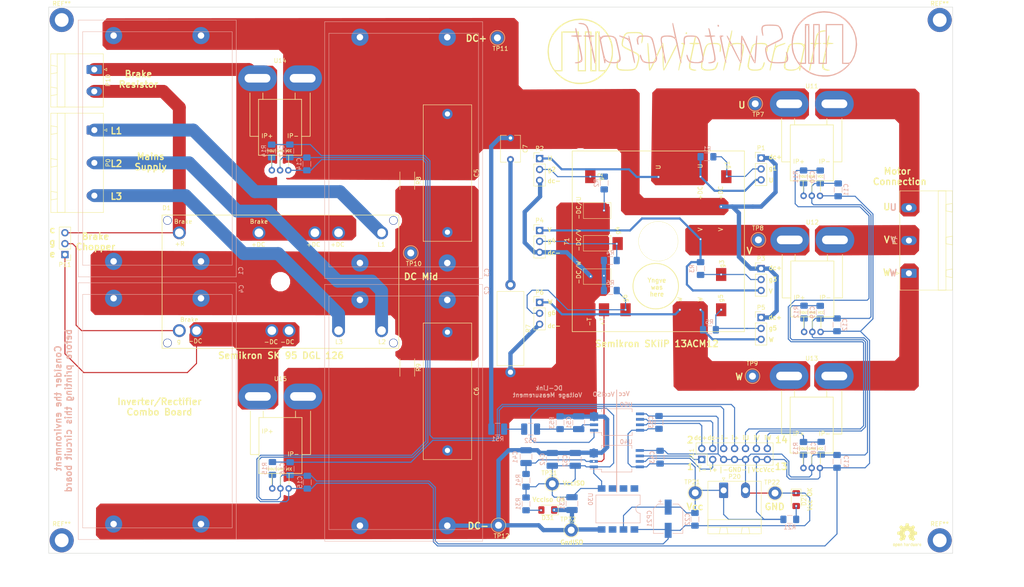
<source format=kicad_pcb>
(kicad_pcb (version 20171130) (host pcbnew "(5.0.0-3-g5ebb6b6)")
  (title_block (title FrontEnd_Inverter) (date 2018-09-09) (rev 1) (company "Switchcraft AS") (comment 1 "First Revision, branched from InverterCard2.0") (comment 2 YS) (comment 3 "Inverter Card with full-bridge three-phased diode rectifier") (comment 4 "Includes 5 current measurements and voltage sensing"))
  (layers (0 F.Cu power) (1 In1.Cu signal) (2 In2.Cu signal) (31 B.Cu signal) (34 B.Paste user) (35 F.Paste user) (36 B.SilkS user) (37 F.SilkS user) (38 B.Mask user) (39 F.Mask user) (44 Edge.Cuts user))
  (net 0 "")
  (net 1 DC+)
  (net 2 "Net-(C1-Pad2)")
  (net 3 T1_g)
  (net 4 U)
  (net 5 T2_g)
  (net 6 T3_g)
  (net 7 V)
  (net 8 T5_g)
  (net 9 T4_g)
  (net 10 W)
  (net 11 T6_g)
  (net 12 GND_ISO)
  (net 13 VCC)
  (net 14 GND)
  (net 15 "Net-(C16-Pad1)")
  (net 16 VCC_ISO)
  (net 17 "Net-(C41-Pad1)")
  (net 18 "Net-(C51-Pad1)")
  (net 19 "Net-(D21-Pad2)")
  (net 20 "Net-(D31-Pad2)")
  (net 21 "Net-(P7-Pad1)")
  (net 22 "Net-(P7-Pad2)")
  (net 23 "Net-(P7-Pad3)")
  (net 24 "Net-(R11-Pad2)")
  (net 25 "Net-(R12-Pad2)")
  (net 26 "Net-(R13-Pad2)")
  (net 27 "Net-(R51-Pad2)")
  (net 28 "Net-(C7-Pad2)")
  (net 29 T+)
  (net 30 T-)
  (net 31 "Net-(U30-Pad8)")
  (net 32 "Net-(J11-Pad2)")
  (net 33 "Net-(J11-Pad4)")
  (net 34 "Net-(D1-Pad28)")
  (net 35 "Net-(D1-Pad21)")
  (net 36 "Net-(D1-Pad18)")
  (net 37 "Net-(D1-Pad14)")
  (net 38 "Net-(D1-Pad4)")
  (net 39 "Net-(D1-Pad1)")
  (net 40 "Net-(D1-Pad15)")
  (net 41 I-)
  (net 42 I+)
  (net 43 "Net-(C17-Pad1)")
  (net 44 "Net-(C18-Pad1)")
  (net 45 "Net-(C19-Pad1)")
  (net 46 "Net-(C20-Pad1)")
  (module panasonic:Panasonic_EZPE80506MTA (layer B.Cu) (at 63.20844 109.96168 270)
    (fp_text reference C4 (at -28.42968 -19.54356 270) (layer B.SilkS) (effects (justify mirror)))
    (fp_text value 50uF)
    (pad 2 thru_hole circle (at 26.25 -10.15 270) (size 4 4) (drill 1.5) (layers *.Cu *.Mask) (net 12 GND_ISO))
    (pad 2 thru_hole circle (at 26.25 10.15 270) (size 4 4) (drill 1.5) (layers *.Cu *.Mask) (net 12 GND_ISO))
    (pad 1 thru_hole circle (at -26.25 10.15 270) (size 4 4) (drill 1.5) (layers *.Cu *.Mask) (net 2 "Net-(C1-Pad2)"))
    (pad 1 thru_hole circle (at -26.25 -10.15 270) (size 4 4) (drill 1.5) (layers *.Cu *.Mask) (net 2 "Net-(C1-Pad2)"))
  )
  (module panasonic:Panasonic_EZPE80506MTA (layer B.Cu) (at 120.43664 49.25568 270)
    (fp_text reference C3 (at 28.46632 -19.33836 270) (layer B.SilkS) (effects (justify mirror)))
    (fp_text value 50uF)
    (pad 2 thru_hole circle (at 26.25 -10.15 270) (size 4 4) (drill 1.5) (layers *.Cu *.Mask) (net 2 "Net-(C1-Pad2)"))
    (pad 2 thru_hole circle (at 26.25 10.15 270) (size 4 4) (drill 1.5) (layers *.Cu *.Mask) (net 2 "Net-(C1-Pad2)"))
    (pad 1 thru_hole circle (at -26.25 10.15 270) (size 4 4) (drill 1.5) (layers *.Cu *.Mask) (net 1 DC+))
    (pad 1 thru_hole circle (at -26.25 -10.15 270) (size 4 4) (drill 1.5) (layers *.Cu *.Mask) (net 1 DC+))
  )
  (module panasonic:Panasonic_EZPE80506MTA (layer B.Cu) (at 120.43664 110.34268 270)
    (fp_text reference C2 (at -28.42968 -19.33836 270) (layer B.SilkS) (effects (justify mirror)))
    (fp_text value 50uF)
    (pad 2 thru_hole circle (at 26.25 -10.15 270) (size 4 4) (drill 1.5) (layers *.Cu *.Mask) (net 12 GND_ISO))
    (pad 2 thru_hole circle (at 26.25 10.15 270) (size 4 4) (drill 1.5) (layers *.Cu *.Mask) (net 12 GND_ISO))
    (pad 1 thru_hole circle (at -26.25 10.15 270) (size 4 4) (drill 1.5) (layers *.Cu *.Mask) (net 2 "Net-(C1-Pad2)"))
    (pad 1 thru_hole circle (at -26.25 -10.15 270) (size 4 4) (drill 1.5) (layers *.Cu *.Mask) (net 2 "Net-(C1-Pad2)"))
  )
  (module panasonic:Panasonic_EZPE80506MTA (layer B.Cu) (at 63.20844 48.87468 270)
    (fp_text reference C1 (at 28.46632 -19.41656 270) (layer B.SilkS) (effects (justify mirror)))
    (fp_text value 50uF)
    (pad 2 thru_hole circle (at 26.25 -10.15 270) (size 4 4) (drill 1.5) (layers *.Cu *.Mask) (net 2 "Net-(C1-Pad2)"))
    (pad 2 thru_hole circle (at 26.25 10.15 270) (size 4 4) (drill 1.5) (layers *.Cu *.Mask) (net 2 "Net-(C1-Pad2)"))
    (pad 1 thru_hole circle (at -26.25 10.15 270) (size 4 4) (drill 1.5) (layers *.Cu *.Mask) (net 1 DC+))
    (pad 1 thru_hole circle (at -26.25 -10.15 270) (size 4 4) (drill 1.5) (layers *.Cu *.Mask) (net 1 DC+))
  )
  (module TestPoint:TestPoint_Loop_D2.60mm_Drill1.6mm_Beaded (layer F.Cu) (at 202.8686 70.1274)
    (fp_text reference TP8 (at -0.127 -2.7178) (layer F.SilkS))
    (fp_text value TEST)
    (pad 1 thru_hole circle (at 0 0) (size 3 3) (drill 1.6) (layers *.Cu *.Mask) (net 7 V))
  )
  (module Switchcraft:Switchcraft_logo_10px_stroke_200dpi (layer B.Cu) (at 192.607 24.509 180)
    (fp_text reference G*** hide)
    (fp_text value LOGO hide)
  )
  (module Resistor_SMD:R_1210_3225Metric_Pad1.42x2.65mm_HandSolder (layer B.Cu) (at 149.9461 114.1456)
    (fp_text reference R52 (at -0.0238 2.667) (layer B.SilkS) (effects (justify mirror)))
    (fp_text value 2.7M)
    (pad 1 smd roundrect (at -1.4875 0) (size 1.425 2.65) (layers B.Cu B.Paste B.Mask) (roundrect_rratio 0.175439) (net 27 "Net-(R51-Pad2)"))
    (pad 2 smd roundrect (at 1.4875 0) (size 1.425 2.65) (layers B.Cu B.Paste B.Mask) (roundrect_rratio 0.175439) (net 18 "Net-(C51-Pad1)"))
  )
  (module Package_DIP:SMDIP-8_W9.53mm_Clearance8mm (layer B.Cu) (at 170.255 132.713 90)
    (fp_text reference U30 (at 2.286 -6.35 270) (layer B.SilkS) (effects (justify mirror)))
    (fp_text value ISE0505A-H)
    (pad 8 smd rect (at 4.765 3.81 90) (size 1.5 1.78) (layers B.Cu B.Paste B.Mask) (net 31 "Net-(U30-Pad8)"))
    (pad 4 smd rect (at -4.765 -3.81 90) (size 1.5 1.78) (layers B.Cu B.Paste B.Mask) (net 12 GND_ISO))
    (pad 7 smd rect (at 4.765 1.27 90) (size 1.5 1.78) (layers B.Cu B.Paste B.Mask))
    (pad 3 smd rect (at -4.765 -1.27 90) (size 1.5 1.78) (layers B.Cu B.Paste B.Mask))
    (pad 6 smd rect (at 4.765 -1.27 90) (size 1.5 1.78) (layers B.Cu B.Paste B.Mask))
    (pad 2 smd rect (at -4.765 1.27 90) (size 1.5 1.78) (layers B.Cu B.Paste B.Mask) (net 13 VCC))
    (pad 5 smd rect (at 4.765 -3.81 90) (size 1.5 1.78) (layers B.Cu B.Paste B.Mask) (net 16 VCC_ISO))
    (pad 1 smd rect (at -4.765 3.81 90) (size 1.5 1.78) (layers B.Cu B.Paste B.Mask) (net 14 GND))
  )
  (module MountingHole:MountingHole_3.2mm_M3_DIN965_Pad (layer F.Cu) (at 245 19)
    (fp_text reference REF** (at 0 -3.8) (layer F.SilkS))
    (fp_text value MountingHole_3.2mm_M3_DIN965_Pad)
    (pad 1 thru_hole circle (at 0 0) (size 5.6 5.6) (drill 3.2) (layers *.Cu *.Mask))
  )
  (module MountingHole:MountingHole_3.2mm_M3_DIN965_Pad (layer F.Cu) (at 245 140)
    (fp_text reference REF** (at 0 -3.8) (layer F.SilkS))
    (fp_text value MountingHole_3.2mm_M3_DIN965_Pad)
    (pad 1 thru_hole circle (at 0 0) (size 5.6 5.6) (drill 3.2) (layers *.Cu *.Mask))
  )
  (module MountingHole:MountingHole_3.2mm_M3_DIN965_Pad (layer F.Cu) (at 41 140)
    (fp_text reference REF** (at 0 -3.8) (layer F.SilkS))
    (fp_text value MountingHole_3.2mm_M3_DIN965_Pad)
    (pad 1 thru_hole circle (at 0 0) (size 5.6 5.6) (drill 3.2) (layers *.Cu *.Mask))
  )
  (module Connector_PinHeader_2.54mm:PinHeader_1x03_P2.54mm_Vertical (layer F.Cu) (at 41.75252 73.5584 180)
    (fp_text reference P11 (at 0 -2.33 180) (layer F.SilkS))
    (fp_text value CONN_01X03)
    (pad 1 thru_hole rect (at 0 0 180) (size 1.7 1.7) (drill 1) (layers *.Cu *.Mask) (net 35 "Net-(D1-Pad21)"))
    (pad 2 thru_hole oval (at 0 2.54 180) (size 1.7 1.7) (drill 1) (layers *.Cu *.Mask) (net 34 "Net-(D1-Pad28)"))
    (pad 3 thru_hole oval (at 0 5.08 180) (size 1.7 1.7) (drill 1) (layers *.Cu *.Mask) (net 37 "Net-(D1-Pad14)"))
  )
  (module Connector_Phoenix_MSTB:PhoenixContact_MSTBA_2,5_2-G-5,08_1x02_P5.08mm_Horizontal (layer F.Cu) (at 48.55972 30.51556 270)
    (fp_text reference P10 (at 2.54 -3.2 270) (layer F.SilkS))
    (fp_text value CONN_01X02)
    (pad 1 thru_hole roundrect (at 0 0 270) (size 2.08 3.6) (drill 1.4) (layers *.Cu *.Mask) (roundrect_rratio 0.120192) (net 38 "Net-(D1-Pad4)"))
    (pad 2 thru_hole oval (at 5.08 0 270) (size 2.08 3.6) (drill 1.4) (layers *.Cu *.Mask) (net 37 "Net-(D1-Pad14)"))
  )
  (module TestPoint:TestPoint_Loop_D2.60mm_Drill1.6mm_Beaded (layer F.Cu) (at 122.0978 73.1774)
    (fp_text reference TP10 (at 0.7 2.5) (layer F.SilkS))
    (fp_text value DC_MID)
    (pad 1 thru_hole circle (at 0 0) (size 3 3) (drill 1.6) (layers *.Cu *.Mask) (net 2 "Net-(C1-Pad2)"))
  )
  (module Capacitor_THT:C_Rect_L31.5mm_W11.0mm_P27.50mm_MKS4 (layer F.Cu) (at 130.62204 40.84828 270)
    (fp_text reference C5 (at 13.75 -6.75 270) (layer F.SilkS))
    (fp_text value 5uF)
    (pad 2 thru_hole circle (at 27.5 0 270) (size 2.4 2.4) (drill 1.2) (layers *.Cu *.Mask) (net 2 "Net-(C1-Pad2)"))
    (pad 1 thru_hole circle (at 0 0 270) (size 2.4 2.4) (drill 1.2) (layers *.Cu *.Mask) (net 1 DC+))
  )
  (module TestPoint:TestPoint_Loop_D2.60mm_Drill1.6mm_Beaded (layer F.Cu) (at 159.37484 137.62228 180)
    (fp_text reference TP32 (at 0.7 2.5 180) (layer F.SilkS))
    (fp_text value GND_ISO)
    (pad 1 thru_hole circle (at 0 0 180) (size 3 3) (drill 1.6) (layers *.Cu *.Mask) (net 12 GND_ISO))
  )
  (module Allegro:ACS758LCB-050B-PFF-T (layer F.Cu) (at 91.82254 127.94488)
    (fp_text reference U15 (at 0 -25.5) (layer F.SilkS))
    (fp_text value ACS758xCB-PFF)
    (fp_text user IP+ (at -3 -13.3086) (layer F.SilkS))
    (fp_text user IP- (at 3 -8) (layer F.SilkS))
    (fp_text user VIOUT (at -2 -4.5) (layer F.SilkS) (effects (font (size 0.5 0.5) (thickness 0.125))))
    (fp_text user GND (at 0 -4.5) (layer F.SilkS) (effects (font (size 0.5 0.5) (thickness 0.125))))
    (fp_text user VCC (at 2 -4.5) (layer F.SilkS) (effects (font (size 0.5 0.5) (thickness 0.125))))
    (pad 4 thru_hole circle (at 0 0) (size 1.5 1.5) (drill 0.8) (layers *.Cu *.Mask) (net 14 GND))
    (pad 1 thru_hole oval (at -5.25 -21.4) (size 9 6) (drill oval 6 2) (layers *.Cu *.Mask) (net 35 "Net-(D1-Pad21)"))
    (pad 2 thru_hole oval (at 5.25 -21.4) (size 9 6) (drill oval 6 2) (layers *.Cu *.Mask) (net 12 GND_ISO))
    (pad 3 thru_hole circle (at -1.91 0) (size 1.5 1.5) (drill 0.8) (layers *.Cu *.Mask) (net 41 I-))
    (pad 5 thru_hole circle (at 1.91 0) (size 1.5 1.5) (drill 0.8) (layers *.Cu *.Mask) (net 13 VCC))
  )
  (module Allegro:ACS758LCB-050B-PFF-T (layer F.Cu) (at 91.73464 53.95468)
    (fp_text reference U14 (at 0 -25.5) (layer F.SilkS))
    (fp_text value ACS758xCB-PFF)
    (fp_text user VCC (at 2 -4.5) (layer F.SilkS) (effects (font (size 0.5 0.5) (thickness 0.125))))
    (fp_text user GND (at 0 -4.5) (layer F.SilkS) (effects (font (size 0.5 0.5) (thickness 0.125))))
    (fp_text user VIOUT (at -2 -4.5) (layer F.SilkS) (effects (font (size 0.5 0.5) (thickness 0.125))))
    (fp_text user IP- (at 3 -8) (layer F.SilkS))
    (fp_text user IP+ (at -3 -8) (layer F.SilkS))
    (pad 5 thru_hole circle (at 1.91 0) (size 1.5 1.5) (drill 0.8) (layers *.Cu *.Mask) (net 13 VCC))
    (pad 3 thru_hole circle (at -1.91 0) (size 1.5 1.5) (drill 0.8) (layers *.Cu *.Mask) (net 42 I+))
    (pad 2 thru_hole oval (at 5.25 -21.4) (size 9 6) (drill oval 6 2) (layers *.Cu *.Mask) (net 1 DC+))
    (pad 1 thru_hole oval (at -5.25 -21.4) (size 9 6) (drill oval 6 2) (layers *.Cu *.Mask) (net 38 "Net-(D1-Pad4)"))
    (pad 4 thru_hole circle (at 0 0) (size 1.5 1.5) (drill 0.8) (layers *.Cu *.Mask) (net 14 GND))
  )
  (module Capacitor_SMD:C_1206_3216Metric_Pad1.42x1.75mm_HandSolder (layer B.Cu) (at 217.23604 86.96038 270)
    (fp_text reference C19 (at 0 1.82 270) (layer B.SilkS) (effects (justify mirror)))
    (fp_text value 100nF)
    (pad 2 smd roundrect (at 1.4875 0 270) (size 1.425 1.75) (layers B.Cu B.Paste B.Mask) (roundrect_rratio 0.175439) (net 14 GND))
    (pad 1 smd roundrect (at -1.4875 0 270) (size 1.425 1.75) (layers B.Cu B.Paste B.Mask) (roundrect_rratio 0.175439) (net 45 "Net-(C19-Pad1)"))
  )
  (module Capacitor_SMD:C_1206_3216Metric_Pad1.42x1.75mm_HandSolder (layer B.Cu) (at 217.23604 55.48978 270)
    (fp_text reference C20 (at 0 1.82 270) (layer B.SilkS) (effects (justify mirror)))
    (fp_text value 100nF)
    (pad 1 smd roundrect (at -1.4875 0 270) (size 1.425 1.75) (layers B.Cu B.Paste B.Mask) (roundrect_rratio 0.175439) (net 46 "Net-(C20-Pad1)"))
    (pad 2 smd roundrect (at 1.4875 0 270) (size 1.425 1.75) (layers B.Cu B.Paste B.Mask) (roundrect_rratio 0.175439) (net 14 GND))
  )
  (module Capacitor_SMD:C_1206_3216Metric_Pad1.42x1.75mm_HandSolder (layer B.Cu) (at 217.46464 118.58658 270)
    (fp_text reference C18 (at 0 1.82 270) (layer B.SilkS) (effects (justify mirror)))
    (fp_text value 100nF)
    (pad 2 smd roundrect (at 1.4875 0 270) (size 1.425 1.75) (layers B.Cu B.Paste B.Mask) (roundrect_rratio 0.175439) (net 14 GND))
    (pad 1 smd roundrect (at -1.4875 0 270) (size 1.425 1.75) (layers B.Cu B.Paste B.Mask) (roundrect_rratio 0.175439) (net 44 "Net-(C18-Pad1)"))
  )
  (module Capacitor_SMD:C_1206_3216Metric_Pad1.42x1.75mm_HandSolder (layer B.Cu) (at 93.99524 49.44458 270)
    (fp_text reference C17 (at 0 1.82 270) (layer B.SilkS) (effects (justify mirror)))
    (fp_text value 100nF)
    (pad 1 smd roundrect (at -1.4875 0 270) (size 1.425 1.75) (layers B.Cu B.Paste B.Mask) (roundrect_rratio 0.175439) (net 43 "Net-(C17-Pad1)"))
    (pad 2 smd roundrect (at 1.4875 0 270) (size 1.425 1.75) (layers B.Cu B.Paste B.Mask) (roundrect_rratio 0.175439) (net 14 GND))
  )
  (module Connector_PinHeader_2.54mm:PinHeader_2x07_P2.54mm_Vertical (layer F.Cu) (at 189.71514 121.20118 90)
    (fp_text reference J11 (at 1.27 -2.33 90) (layer F.SilkS))
    (fp_text value CONN_02X06)
    (pad 1 thru_hole rect (at 0 0 90) (size 1.7 1.7) (drill 1) (layers *.Cu *.Mask) (net 30 T-))
    (pad 2 thru_hole oval (at 2.54 0 90) (size 1.7 1.7) (drill 1) (layers *.Cu *.Mask) (net 32 "Net-(J11-Pad2)"))
    (pad 3 thru_hole oval (at 0 2.54 90) (size 1.7 1.7) (drill 1) (layers *.Cu *.Mask) (net 29 T+))
    (pad 4 thru_hole oval (at 2.54 2.54 90) (size 1.7 1.7) (drill 1) (layers *.Cu *.Mask) (net 33 "Net-(J11-Pad4)"))
    (pad 5 thru_hole oval (at 0 5.08 90) (size 1.7 1.7) (drill 1) (layers *.Cu *.Mask) (net 14 GND))
    (pad 6 thru_hole oval (at 2.54 5.08 90) (size 1.7 1.7) (drill 1) (layers *.Cu *.Mask) (net 15 "Net-(C16-Pad1)"))
    (pad 7 thru_hole oval (at 0 7.62 90) (size 1.7 1.7) (drill 1) (layers *.Cu *.Mask) (net 14 GND))
    (pad 8 thru_hole oval (at 2.54 7.62 90) (size 1.7 1.7) (drill 1) (layers *.Cu *.Mask) (net 43 "Net-(C17-Pad1)"))
    (pad 9 thru_hole oval (at 0 10.16 90) (size 1.7 1.7) (drill 1) (layers *.Cu *.Mask) (net 14 GND))
    (pad 10 thru_hole oval (at 2.54 10.16 90) (size 1.7 1.7) (drill 1) (layers *.Cu *.Mask) (net 46 "Net-(C20-Pad1)"))
    (pad 11 thru_hole oval (at 0 12.7 90) (size 1.7 1.7) (drill 1) (layers *.Cu *.Mask) (net 13 VCC))
    (pad 12 thru_hole oval (at 2.54 12.7 90) (size 1.7 1.7) (drill 1) (layers *.Cu *.Mask) (net 45 "Net-(C19-Pad1)"))
    (pad 13 thru_hole oval (at 0 15.24 90) (size 1.7 1.7) (drill 1) (layers *.Cu *.Mask) (net 13 VCC))
    (pad 14 thru_hole oval (at 2.54 15.24 90) (size 1.7 1.7) (drill 1) (layers *.Cu *.Mask) (net 44 "Net-(C18-Pad1)"))
  )
  (module Resistor_SMD:R_1206_3216Metric_Pad1.42x1.75mm_HandSolder (layer B.Cu) (at 89.77884 49.45888 270)
    (fp_text reference R14 (at 0 1.82 270) (layer B.SilkS) (effects (justify mirror)))
    (fp_text value 250)
    (pad 2 smd roundrect (at 1.4875 0 270) (size 1.425 1.75) (layers B.Cu B.Paste B.Mask) (roundrect_rratio 0.175439) (net 42 I+))
    (pad 1 smd roundrect (at -1.4875 0 270) (size 1.425 1.75) (layers B.Cu B.Paste B.Mask) (roundrect_rratio 0.175439) (net 43 "Net-(C17-Pad1)"))
  )
  (module Resistor_SMD:R_1206_3216Metric_Pad1.42x1.75mm_HandSolder (layer B.Cu) (at 89.95664 123.28558 270)
    (fp_text reference R15 (at 0 1.82 270) (layer B.SilkS) (effects (justify mirror)))
    (fp_text value 250)
    (pad 1 smd roundrect (at -1.4875 0 270) (size 1.425 1.75) (layers B.Cu B.Paste B.Mask) (roundrect_rratio 0.175439) (net 15 "Net-(C16-Pad1)"))
    (pad 2 smd roundrect (at 1.4875 0 270) (size 1.425 1.75) (layers B.Cu B.Paste B.Mask) (roundrect_rratio 0.175439) (net 41 I-))
  )
  (module Semikron:SK_95_DGL_126 (layer F.Cu) (at 91.82254 79.86268)
    (fp_text reference D1 (at -26.46326 -17.16024) (layer F.SilkS))
    (fp_text value SK_95_DGL_126)
    (fp_text user L2 (at 23.6 14) (layer F.SilkS))
    (fp_text user L3 (at 13.6 14) (layer F.SilkS))
    (fp_text user -DC (at 1.6 14) (layer F.SilkS))
    (fp_text user -DC (at -2.2 14) (layer F.SilkS))
    (fp_text user Brake (at -21.2 8.8) (layer F.SilkS))
    (fp_text user -DC (at -19.8 13.8) (layer F.SilkS))
    (fp_text user g (at -23.6 13.8) (layer F.SilkS))
    (fp_text user Brake (at -22.6 -14) (layer F.SilkS))
    (fp_text user +R (at -23.4 -8.8) (layer F.SilkS))
    (fp_text user Brake (at -5 -14) (layer F.SilkS))
    (fp_text user +DC (at -5.15 -8.65) (layer F.SilkS))
    (fp_text user +DC (at 7.65 -8.65) (layer F.SilkS))
    (fp_text user +DC (at 13.25 -8.65) (layer F.SilkS))
    (fp_text user L1 (at 23.45 -8.65) (layer F.SilkS))
    (pad "" np_thru_hole circle (at 0 0) (size 2.5 2.5) (drill 2.5) (layers *.Cu *.Mask))
    (pad "" np_thru_hole circle (at -26.25 -14.25) (size 2 2) (drill 1.75) (layers *.Cu *.Mask))
    (pad "" np_thru_hole circle (at 26.25 14.25) (size 2 2) (drill 1.75) (layers *.Cu *.Mask))
    (pad "" np_thru_hole circle (at -26.25 14.25) (size 2 2) (drill 1.75) (layers *.Cu *.Mask))
    (pad 28 thru_hole circle (at -23.5 11.375) (size 3 3) (drill 2) (layers *.Cu *.Mask) (net 34 "Net-(D1-Pad28)"))
    (pad 27 thru_hole circle (at -19.5 11.375) (size 3 3) (drill 2) (layers *.Cu *.Mask) (net 35 "Net-(D1-Pad21)"))
    (pad 22 thru_hole circle (at -2 11.375) (size 3 3) (drill 2) (layers *.Cu *.Mask) (net 35 "Net-(D1-Pad21)"))
    (pad 21 thru_hole circle (at 2 11.375) (size 3 3) (drill 2) (layers *.Cu *.Mask) (net 35 "Net-(D1-Pad21)"))
    (pad 18 thru_hole circle (at 13.5 11.375) (size 3 3) (drill 2) (layers *.Cu *.Mask) (net 36 "Net-(D1-Pad18)"))
    (pad 14 thru_hole circle (at -23.5 -11.375) (size 3 3) (drill 2) (layers *.Cu *.Mask) (net 37 "Net-(D1-Pad14)"))
    (pad 9 thru_hole circle (at -5 -11.375) (size 3 3) (drill 2) (layers *.Cu *.Mask) (net 38 "Net-(D1-Pad4)"))
    (pad 5 thru_hole circle (at 8 -11.375) (size 3 3) (drill 2) (layers *.Cu *.Mask) (net 38 "Net-(D1-Pad4)"))
    (pad 4 thru_hole circle (at 13.5 -11.375) (size 3 3) (drill 2) (layers *.Cu *.Mask) (net 38 "Net-(D1-Pad4)"))
    (pad 1 thru_hole circle (at 23.5 -11.375) (size 3 3) (drill 2) (layers *.Cu *.Mask) (net 39 "Net-(D1-Pad1)"))
    (pad 15 thru_hole circle (at 23.5 11.375) (size 3 3) (drill 2) (layers *.Cu *.Mask) (net 40 "Net-(D1-Pad15)"))
    (pad "" np_thru_hole circle (at 26.25 -14.25) (size 2 2) (drill 1.75) (layers *.Cu *.Mask))
  )
  (module Capacitor_THT:C_Rect_L31.5mm_W11.0mm_P27.50mm_MKS4 (layer F.Cu) (at 130.62204 91.59748 270)
    (fp_text reference C6 (at 13.75 -6.75 270) (layer F.SilkS))
    (fp_text value 5uF)
    (pad 1 thru_hole circle (at 0 0 270) (size 2.4 2.4) (drill 1.2) (layers *.Cu *.Mask) (net 2 "Net-(C1-Pad2)"))
    (pad 2 thru_hole circle (at 27.5 0 270) (size 2.4 2.4) (drill 1.2) (layers *.Cu *.Mask) (net 12 GND_ISO))
  )
  (module TestPoint:TestPoint_Loop_D2.60mm_Drill1.6mm_Beaded (layer F.Cu) (at 201.497 101.8266)
    (fp_text reference TP9 (at -0.0762 -2.9718) (layer F.SilkS))
    (fp_text value TEST)
    (pad 1 thru_hole circle (at 0 0) (size 3 3) (drill 1.6) (layers *.Cu *.Mask) (net 10 W))
  )
  (module TestPoint:TestPoint_Loop_D2.60mm_Drill1.6mm_Beaded (layer F.Cu) (at 142.22984 23.14448)
    (fp_text reference TP11 (at 0.7 2.5) (layer F.SilkS))
    (fp_text value DC+)
    (pad 1 thru_hole circle (at 0 0) (size 3 3) (drill 1.6) (layers *.Cu *.Mask) (net 1 DC+))
  )
  (module TestPoint:TestPoint_Loop_D2.60mm_Drill1.6mm_Beaded (layer F.Cu) (at 142.48384 136.50468)
    (fp_text reference TP12 (at 0.7 2.5) (layer F.SilkS))
    (fp_text value DC-)
    (pad 1 thru_hole circle (at 0 0) (size 3 3) (drill 1.6) (layers *.Cu *.Mask) (net 12 GND_ISO))
  )
  (module TestPoint:TestPoint_Loop_D2.60mm_Drill1.6mm_Beaded (layer F.Cu) (at 188.19114 128.94818 180)
    (fp_text reference TP21 (at 0.7 2.5 180) (layer F.SilkS))
    (fp_text value VCC)
    (pad 1 thru_hole circle (at 0 0 180) (size 3 3) (drill 1.6) (layers *.Cu *.Mask) (net 13 VCC))
  )
  (module TestPoint:TestPoint_Loop_D2.60mm_Drill1.6mm_Beaded (layer F.Cu) (at 206.73314 129.01168 180)
    (fp_text reference TP22 (at 0.7 2.5 180) (layer F.SilkS))
    (fp_text value GND)
    (pad 1 thru_hole circle (at 0 0 180) (size 3 3) (drill 1.6) (layers *.Cu *.Mask) (net 14 GND))
  )
  (module TestPoint:TestPoint_Loop_D2.60mm_Drill1.6mm_Beaded (layer F.Cu) (at 154.98064 126.85268 180)
    (fp_text reference TP31 (at 0.7 2.5 180) (layer F.SilkS))
    (fp_text value VCC_ISO)
    (pad 1 thru_hole circle (at 0 0 180) (size 3 3) (drill 1.6) (layers *.Cu *.Mask) (net 16 VCC_ISO))
  )
  (module Capacitor_THT:C_Disc_D6.0mm_W4.4mm_P5.00mm (layer F.Cu) (at 145.26768 46.44136 270)
    (fp_text reference C7 (at 2.5 -3.45 270) (layer F.SilkS))
    (fp_text value 22pF)
    (pad 1 thru_hole circle (at 0 0 270) (size 1.6 1.6) (drill 0.8) (layers *.Cu *.Mask) (net 1 DC+))
    (pad 2 thru_hole circle (at 5 0 270) (size 1.6 1.6) (drill 0.8) (layers *.Cu *.Mask) (net 28 "Net-(C7-Pad2)"))
  )
  (module Resistor_THT:R_Axial_DIN0617_L17.0mm_D6.0mm_P20.32mm_Horizontal (layer F.Cu) (at 145.26768 80.58404 270)
    (fp_text reference R7 (at 10.16 -4.12 270) (layer F.SilkS))
    (fp_text value 5)
    (pad 1 thru_hole circle (at 0 0 270) (size 2.4 2.4) (drill 1.2) (layers *.Cu *.Mask) (net 28 "Net-(C7-Pad2)"))
    (pad 2 thru_hole oval (at 20.32 0 270) (size 2.4 2.4) (drill 1.2) (layers *.Cu *.Mask) (net 12 GND_ISO))
  )
  (module TestPoint:TestPoint_Loop_D2.60mm_Drill1.6mm_Beaded (layer F.Cu) (at 202.132 38.479)
    (fp_text reference TP7 (at 0.7 2.5) (layer F.SilkS))
    (fp_text value TEST)
    (pad 1 thru_hole circle (at 0 0) (size 3 3) (drill 1.6) (layers *.Cu *.Mask) (net 4 U))
  )
  (module Capacitor_SMD:CP_Elec_6.3x7.7 (layer B.Cu) (at 181.90464 134.98068 270)
    (fp_text reference CP21 (at 0 4.35 270) (layer B.SilkS) (effects (justify mirror)))
    (fp_text value 10uF)
    (pad 1 smd rect (at -2.7 0 270) (size 3.5 1.6) (layers B.Cu B.Paste B.Mask) (net 13 VCC))
    (pad 2 smd rect (at 2.7 0 270) (size 3.5 1.6) (layers B.Cu B.Paste B.Mask) (net 14 GND))
  )
  (module Package_SO:SSO-8_6.8x5.9mm_P1.27mm_Clearance8mm (layer B.Cu) (at 169.96664 121.01068)
    (fp_text reference U40 (at 2.19336 -3.91868) (layer B.SilkS) (effects (justify mirror)))
    (fp_text value ACPL-C87B)
    (pad 8 smd rect (at 5.3475 1.905) (size 1.905 0.64) (layers B.Cu B.Paste B.Mask) (net 13 VCC))
    (pad 7 smd rect (at 5.3475 0.635) (size 1.905 0.64) (layers B.Cu B.Paste B.Mask) (net 29 T+))
    (pad 6 smd rect (at 5.3475 -0.635) (size 1.905 0.64) (layers B.Cu B.Paste B.Mask) (net 30 T-))
    (pad 5 smd rect (at 5.3475 -1.905) (size 1.905 0.64) (layers B.Cu B.Paste B.Mask) (net 14 GND))
    (pad 4 smd rect (at -5.3475 -1.905) (size 1.905 0.64) (layers B.Cu B.Paste B.Mask) (net 12 GND_ISO))
    (pad 3 smd rect (at -5.3475 -0.635) (size 1.905 0.64) (layers B.Cu B.Paste B.Mask) (net 12 GND_ISO))
    (pad 2 smd rect (at -5.3475 0.635) (size 1.905 0.64) (layers B.Cu B.Paste B.Mask) (net 17 "Net-(C41-Pad1)"))
    (pad 1 smd rect (at -5.3475 1.905) (size 1.905 0.64) (layers B.Cu B.Paste B.Mask) (net 16 VCC_ISO))
  )
  (module Package_SO:SSO-8_6.8x5.9mm_P1.27mm_Clearance8mm (layer B.Cu) (at 170.03014 112.50168)
    (fp_text reference U50 (at 2.12986 -4.04568) (layer B.SilkS) (effects (justify mirror)))
    (fp_text value ACPL-C87B)
    (pad 1 smd rect (at -5.3475 1.905) (size 1.905 0.64) (layers B.Cu B.Paste B.Mask) (net 16 VCC_ISO))
    (pad 2 smd rect (at -5.3475 0.635) (size 1.905 0.64) (layers B.Cu B.Paste B.Mask) (net 18 "Net-(C51-Pad1)"))
    (pad 3 smd rect (at -5.3475 -0.635) (size 1.905 0.64) (layers B.Cu B.Paste B.Mask) (net 12 GND_ISO))
    (pad 4 smd rect (at -5.3475 -1.905) (size 1.905 0.64) (layers B.Cu B.Paste B.Mask) (net 12 GND_ISO))
    (pad 5 smd rect (at 5.3475 -1.905) (size 1.905 0.64) (layers B.Cu B.Paste B.Mask) (net 14 GND))
    (pad 6 smd rect (at 5.3475 -0.635) (size 1.905 0.64) (layers B.Cu B.Paste B.Mask) (net 33 "Net-(J11-Pad4)"))
    (pad 7 smd rect (at 5.3475 0.635) (size 1.905 0.64) (layers B.Cu B.Paste B.Mask) (net 32 "Net-(J11-Pad2)"))
    (pad 8 smd rect (at 5.3475 1.905) (size 1.905 0.64) (layers B.Cu B.Paste B.Mask) (net 13 VCC))
  )
  (module Connector_PinHeader_2.54mm:PinHeader_1x03_P2.54mm_Vertical (layer F.Cu) (at 203.49464 76.81468)
    (fp_text reference P3 (at 0 -2.33) (layer F.SilkS))
    (fp_text value CONN_01X03)
    (pad 3 thru_hole oval (at 0 5.08) (size 1.7 1.7) (drill 1) (layers *.Cu *.Mask) (net 7 V))
    (pad 2 thru_hole oval (at 0 2.54) (size 1.7 1.7) (drill 1) (layers *.Cu *.Mask) (net 6 T3_g))
    (pad 1 thru_hole rect (at 0 0) (size 1.7 1.7) (drill 1) (layers *.Cu *.Mask) (net 1 DC+))
  )
  (module Capacitor_SMD:C_1210_3225Metric_Pad1.42x2.65mm_HandSolder (layer B.Cu) (at 161.111 112.647 90)
    (fp_text reference C51 (at 0 -2.286 90) (layer B.SilkS) (effects (justify mirror)))
    (fp_text value 100pF)
    (pad 1 smd roundrect (at -1.4875 0 90) (size 1.425 2.65) (layers B.Cu B.Paste B.Mask) (roundrect_rratio 0.175439) (net 18 "Net-(C51-Pad1)"))
    (pad 2 smd roundrect (at 1.4875 0 90) (size 1.425 2.65) (layers B.Cu B.Paste B.Mask) (roundrect_rratio 0.175439) (net 12 GND_ISO))
  )
  (module Resistor_SMD:R_1210_3225Metric_Pad1.42x2.65mm_HandSolder (layer B.Cu) (at 142.3039 114.1456)
    (fp_text reference R51 (at 0 2.28) (layer B.SilkS) (effects (justify mirror)))
    (fp_text value 2.7M)
    (pad 2 smd roundrect (at 1.4875 0) (size 1.425 2.65) (layers B.Cu B.Paste B.Mask) (roundrect_rratio 0.175439) (net 27 "Net-(R51-Pad2)"))
    (pad 1 smd roundrect (at -1.4875 0) (size 1.425 2.65) (layers B.Cu B.Paste B.Mask) (roundrect_rratio 0.175439) (net 1 DC+))
  )
  (module Capacitor_SMD:C_1206_3216Metric_Pad1.42x1.75mm_HandSolder (layer B.Cu) (at 179.77104 112.57788 90)
    (fp_text reference C53 (at 0.0762 -1.8542 90) (layer B.SilkS) (effects (justify mirror)))
    (fp_text value 100nF)
    (pad 1 smd roundrect (at -1.4875 0 90) (size 1.425 1.75) (layers B.Cu B.Paste B.Mask) (roundrect_rratio 0.175439) (net 13 VCC))
    (pad 2 smd roundrect (at 1.4875 0 90) (size 1.425 1.75) (layers B.Cu B.Paste B.Mask) (roundrect_rratio 0.175439) (net 14 GND))
  )
  (module Connector_Phoenix_MSTB:PhoenixContact_MSTBA_2,5_2-G-5,08_1x02_P5.08mm_Horizontal (layer F.Cu) (at 194.79514 128.37668)
    (fp_text reference P20 (at 2.54 -3.2) (layer F.SilkS))
    (fp_text value CONN_01X02)
    (pad 1 thru_hole roundrect (at 0 0) (size 2.08 3.6) (drill 1.4) (layers *.Cu *.Mask) (roundrect_rratio 0.120192) (net 13 VCC))
    (pad 2 thru_hole oval (at 5.08 0) (size 2.08 3.6) (drill 1.4) (layers *.Cu *.Mask) (net 14 GND))
  )
  (module Allegro:ACS758LCB-050B-PFF-T (layer F.Cu) (at 215.279503 59.893946)
    (fp_text reference U11 (at 0 -25.5) (layer F.SilkS))
    (fp_text value ACS758xCB-PFF)
    (fp_text user IP+ (at -3 -8) (layer F.SilkS))
    (fp_text user IP- (at 3 -8) (layer F.SilkS))
    (fp_text user VIOUT (at -2 -4.5) (layer F.SilkS) (effects (font (size 0.5 0.5) (thickness 0.125))))
    (fp_text user GND (at 0 -4.5) (layer F.SilkS) (effects (font (size 0.5 0.5) (thickness 0.125))))
    (fp_text user VCC (at 2 -4.5) (layer F.SilkS) (effects (font (size 0.5 0.5) (thickness 0.125))))
    (pad 4 thru_hole circle (at 0 0) (size 1.5 1.5) (drill 0.8) (layers *.Cu *.Mask) (net 14 GND))
    (pad 1 thru_hole oval (at -5.25 -21.4) (size 9 6) (drill oval 6 2) (layers *.Cu *.Mask) (net 4 U))
    (pad 2 thru_hole oval (at 5.25 -21.4) (size 9 6) (drill oval 6 2) (layers *.Cu *.Mask) (net 23 "Net-(P7-Pad3)"))
    (pad 3 thru_hole circle (at -1.91 0) (size 1.5 1.5) (drill 0.8) (layers *.Cu *.Mask) (net 24 "Net-(R11-Pad2)"))
    (pad 5 thru_hole circle (at 1.91 0) (size 1.5 1.5) (drill 0.8) (layers *.Cu *.Mask) (net 13 VCC))
  )
  (module Capacitor_SMD:C_1206_3216Metric_Pad1.42x1.75mm_HandSolder (layer B.Cu) (at 94.07144 123.33318 270)
    (fp_text reference C16 (at 0 1.82 270) (layer B.SilkS) (effects (justify mirror)))
    (fp_text value 100nF)
    (pad 1 smd roundrect (at -1.4875 0 270) (size 1.425 1.75) (layers B.Cu B.Paste B.Mask) (roundrect_rratio 0.175439) (net 15 "Net-(C16-Pad1)"))
    (pad 2 smd roundrect (at 1.4875 0 270) (size 1.425 1.75) (layers B.Cu B.Paste B.Mask) (roundrect_rratio 0.175439) (net 14 GND))
  )
  (module Connector_PinHeader_2.54mm:PinHeader_1x03_P2.54mm_Vertical (layer F.Cu) (at 203.49464 51.09718)
    (fp_text reference P1 (at 0 -2.33) (layer F.SilkS))
    (fp_text value CONN_01X03)
    (pad 3 thru_hole oval (at 0 5.08) (size 1.7 1.7) (drill 1) (layers *.Cu *.Mask) (net 4 U))
    (pad 2 thru_hole oval (at 0 2.54) (size 1.7 1.7) (drill 1) (layers *.Cu *.Mask) (net 3 T1_g))
    (pad 1 thru_hole rect (at 0 0) (size 1.7 1.7) (drill 1) (layers *.Cu *.Mask) (net 1 DC+))
  )
  (module Capacitor_SMD:C_1210_3225Metric_Pad1.42x2.65mm_HandSolder (layer B.Cu) (at 154.98064 121.17418 270)
    (fp_text reference C42 (at 0 2.28 270) (layer B.SilkS) (effects (justify mirror)))
    (fp_text value 100nF)
    (pad 1 smd roundrect (at -1.4875 0 270) (size 1.425 2.65) (layers B.Cu B.Paste B.Mask) (roundrect_rratio 0.175439) (net 12 GND_ISO))
    (pad 2 smd roundrect (at 1.4875 0 270) (size 1.425 2.65) (layers B.Cu B.Paste B.Mask) (roundrect_rratio 0.175439) (net 16 VCC_ISO))
  )
  (module Connector_PinHeader_2.54mm:PinHeader_1x03_P2.54mm_Vertical (layer F.Cu) (at 152.03424 51.21468)
    (fp_text reference P2 (at 0 -2.33) (layer F.SilkS))
    (fp_text value CONN_01X03)
    (pad 1 thru_hole rect (at 0 0) (size 1.7 1.7) (drill 1) (layers *.Cu *.Mask) (net 4 U))
    (pad 2 thru_hole oval (at 0 2.54) (size 1.7 1.7) (drill 1) (layers *.Cu *.Mask) (net 5 T2_g))
    (pad 3 thru_hole oval (at 0 5.08) (size 1.7 1.7) (drill 1) (layers *.Cu *.Mask) (net 12 GND_ISO))
  )
  (module Connector_PinHeader_2.54mm:PinHeader_1x03_P2.54mm_Vertical (layer F.Cu) (at 152.03424 67.93968)
    (fp_text reference P4 (at 0 -2.33) (layer F.SilkS))
    (fp_text value CONN_01X03)
    (pad 1 thru_hole rect (at 0 0) (size 1.7 1.7) (drill 1) (layers *.Cu *.Mask) (net 7 V))
    (pad 2 thru_hole oval (at 0 2.54) (size 1.7 1.7) (drill 1) (layers *.Cu *.Mask) (net 9 T4_g))
    (pad 3 thru_hole oval (at 0 5.08) (size 1.7 1.7) (drill 1) (layers *.Cu *.Mask) (net 12 GND_ISO))
  )
  (module Connector_PinHeader_2.54mm:PinHeader_1x03_P2.54mm_Vertical (layer F.Cu) (at 203.49464 88.18118)
    (fp_text reference P5 (at 0 -2.33) (layer F.SilkS))
    (fp_text value CONN_01X03)
    (pad 3 thru_hole oval (at 0 5.08) (size 1.7 1.7) (drill 1) (layers *.Cu *.Mask) (net 10 W))
    (pad 2 thru_hole oval (at 0 2.54) (size 1.7 1.7) (drill 1) (layers *.Cu *.Mask) (net 8 T5_g))
    (pad 1 thru_hole rect (at 0 0) (size 1.7 1.7) (drill 1) (layers *.Cu *.Mask) (net 1 DC+))
  )
  (module Connector_PinHeader_2.54mm:PinHeader_1x03_P2.54mm_Vertical (layer F.Cu) (at 152.03424 84.66468)
    (fp_text reference P6 (at 0 -2.33) (layer F.SilkS))
    (fp_text value CONN_01X03)
    (pad 1 thru_hole rect (at 0 0) (size 1.7 1.7) (drill 1) (layers *.Cu *.Mask) (net 10 W))
    (pad 2 thru_hole oval (at 0 2.54) (size 1.7 1.7) (drill 1) (layers *.Cu *.Mask) (net 11 T6_g))
    (pad 3 thru_hole oval (at 0 5.08) (size 1.7 1.7) (drill 1) (layers *.Cu *.Mask) (net 12 GND_ISO))
  )
  (module Capacitor_SMD:C_1206_3216Metric_Pad1.42x1.75mm_HandSolder (layer B.Cu) (at 221.404941 58.49968 90)
    (fp_text reference C11 (at 0 1.82 90) (layer B.SilkS) (effects (justify mirror)))
    (fp_text value 100nF)
    (pad 2 smd roundrect (at 1.4875 0 90) (size 1.425 1.75) (layers B.Cu B.Paste B.Mask) (roundrect_rratio 0.175439) (net 14 GND))
    (pad 1 smd roundrect (at -1.4875 0 90) (size 1.425 1.75) (layers B.Cu B.Paste B.Mask) (roundrect_rratio 0.175439) (net 13 VCC))
  )
  (module Capacitor_SMD:C_1206_3216Metric_Pad1.42x1.75mm_HandSolder (layer B.Cu) (at 221.13494 89.88458 90)
    (fp_text reference C12 (at 0 1.82 90) (layer B.SilkS) (effects (justify mirror)))
    (fp_text value 100nF)
    (pad 1 smd roundrect (at -1.4875 0 90) (size 1.425 1.75) (layers B.Cu B.Paste B.Mask) (roundrect_rratio 0.175439) (net 13 VCC))
    (pad 2 smd roundrect (at 1.4875 0 90) (size 1.425 1.75) (layers B.Cu B.Paste B.Mask) (roundrect_rratio 0.175439) (net 14 GND))
  )
  (module Capacitor_SMD:C_1206_3216Metric_Pad1.42x1.75mm_HandSolder (layer B.Cu) (at 221.13494 121.64408 90)
    (fp_text reference C13 (at -0.01992 2.20606 90) (layer B.SilkS) (effects (justify mirror)))
    (fp_text value 100nF)
    (pad 2 smd roundrect (at 1.4875 0 90) (size 1.425 1.75) (layers B.Cu B.Paste B.Mask) (roundrect_rratio 0.175439) (net 14 GND))
    (pad 1 smd roundrect (at -1.4875 0 90) (size 1.425 1.75) (layers B.Cu B.Paste B.Mask) (roundrect_rratio 0.175439) (net 13 VCC))
  )
  (module Capacitor_SMD:C_1206_3216Metric_Pad1.42x1.75mm_HandSolder (layer B.Cu) (at 97.95764 52.46718 270)
    (fp_text reference C14 (at 0 1.82 270) (layer B.SilkS) (effects (justify mirror)))
    (fp_text value 100nF)
    (pad 1 smd roundrect (at -1.4875 0 270) (size 1.425 1.75) (layers B.Cu B.Paste B.Mask) (roundrect_rratio 0.175439) (net 14 GND))
    (pad 2 smd roundrect (at 1.4875 0 270) (size 1.425 1.75) (layers B.Cu B.Paste B.Mask) (roundrect_rratio 0.175439) (net 13 VCC))
  )
  (module Capacitor_SMD:C_1206_3216Metric_Pad1.42x1.75mm_HandSolder (layer B.Cu) (at 98.05924 126.48598 90)
    (fp_text reference C15 (at 0 -1.71824 90) (layer B.SilkS) (effects (justify mirror)))
    (fp_text value 100nF)
    (pad 2 smd roundrect (at 1.4875 0 90) (size 1.425 1.75) (layers B.Cu B.Paste B.Mask) (roundrect_rratio 0.175439) (net 14 GND))
    (pad 1 smd roundrect (at -1.4875 0 90) (size 1.425 1.75) (layers B.Cu B.Paste B.Mask) (roundrect_rratio 0.175439) (net 13 VCC))
  )
  (module Capacitor_SMD:C_1206_3216Metric_Pad1.42x1.75mm_HandSolder (layer B.Cu) (at 188.12764 135.10768 270)
    (fp_text reference C22 (at 0.01832 1.74364 270) (layer B.SilkS) (effects (justify mirror)))
    (fp_text value 10nF)
    (pad 2 smd roundrect (at 1.4875 0 270) (size 1.425 1.75) (layers B.Cu B.Paste B.Mask) (roundrect_rratio 0.175439) (net 14 GND))
    (pad 1 smd roundrect (at -1.4875 0 270) (size 1.425 1.75) (layers B.Cu B.Paste B.Mask) (roundrect_rratio 0.175439) (net 13 VCC))
  )
  (module Capacitor_SMD:C_1206_3216Metric_Pad1.42x1.75mm_HandSolder (layer B.Cu) (at 180.02504 120.66938 270)
    (fp_text reference C43 (at 0 1.82 270) (layer B.SilkS) (effects (justify mirror)))
    (fp_text value 100nF)
    (pad 1 smd roundrect (at -1.4875 0 270) (size 1.425 1.75) (layers B.Cu B.Paste B.Mask) (roundrect_rratio 0.175439) (net 14 GND))
    (pad 2 smd roundrect (at 1.4875 0 270) (size 1.425 1.75) (layers B.Cu B.Paste B.Mask) (roundrect_rratio 0.175439) (net 13 VCC))
  )
  (module Capacitor_SMD:C_1210_3225Metric_Pad1.42x2.65mm_HandSolder (layer B.Cu) (at 159.55264 131.46118 270)
    (fp_text reference C31 (at 0 2.28 270) (layer B.SilkS) (effects (justify mirror)))
    (fp_text value 10uF)
    (pad 1 smd roundrect (at -1.4875 0 270) (size 1.425 2.65) (layers B.Cu B.Paste B.Mask) (roundrect_rratio 0.175439) (net 16 VCC_ISO))
    (pad 2 smd roundrect (at 1.4875 0 270) (size 1.425 2.65) (layers B.Cu B.Paste B.Mask) (roundrect_rratio 0.175439) (net 12 GND_ISO))
  )
  (module Capacitor_SMD:C_1210_3225Metric_Pad1.42x2.65mm_HandSolder (layer B.Cu) (at 160.31464 121.17418 90)
    (fp_text reference C52 (at -0.3445 -2.3622 270) (layer B.SilkS) (effects (justify mirror)))
    (fp_text value 100nF)
    (pad 2 smd roundrect (at 1.4875 0 90) (size 1.425 2.65) (layers B.Cu B.Paste B.Mask) (roundrect_rratio 0.175439) (net 12 GND_ISO))
    (pad 1 smd roundrect (at -1.4875 0 90) (size 1.425 2.65) (layers B.Cu B.Paste B.Mask) (roundrect_rratio 0.175439) (net 16 VCC_ISO))
  )
  (module Capacitor_SMD:C_1210_3225Metric_Pad1.42x2.65mm_HandSolder (layer B.Cu) (at 148.88464 120.53918 90)
    (fp_text reference C41 (at -0.1159 -2.54 90) (layer B.SilkS) (effects (justify mirror)))
    (fp_text value 100pF)
    (pad 2 smd roundrect (at 1.4875 0 90) (size 1.425 2.65) (layers B.Cu B.Paste B.Mask) (roundrect_rratio 0.175439) (net 12 GND_ISO))
    (pad 1 smd roundrect (at -1.4875 0 90) (size 1.425 2.65) (layers B.Cu B.Paste B.Mask) (roundrect_rratio 0.175439) (net 17 "Net-(C41-Pad1)"))
  )
  (module Connector_Phoenix_GMSTB:PhoenixContact_GMSTBA_2,5_3-G-7,62_1x03_P7.62mm_Horizontal (layer F.Cu) (at 48.58004 44.6024 270)
    (fp_text reference P0 (at 7.62 -3.2 270) (layer F.SilkS))
    (fp_text value CONN_01X03)
    (pad 3 thru_hole oval (at 15.24 0 270) (size 2.1 3.6) (drill 1.4) (layers *.Cu *.Mask) (net 36 "Net-(D1-Pad18)"))
    (pad 2 thru_hole oval (at 7.62 0 270) (size 2.1 3.6) (drill 1.4) (layers *.Cu *.Mask) (net 40 "Net-(D1-Pad15)"))
    (pad 1 thru_hole roundrect (at 0 0 270) (size 2.1 3.6) (drill 1.4) (layers *.Cu *.Mask) (roundrect_rratio 0.119048) (net 39 "Net-(D1-Pad1)"))
  )
  (module Connector_Phoenix_GMSTB:PhoenixContact_GMSTBA_2,5_3-G-7,62_1x03_P7.62mm_Horizontal (layer F.Cu) (at 237.84052 77.9018 90)
    (fp_text reference P7 (at 7.62 -3.2 90) (layer F.SilkS))
    (fp_text value CONN_01X03)
    (pad 1 thru_hole roundrect (at 0 0 90) (size 2.1 3.6) (drill 1.4) (layers *.Cu *.Mask) (roundrect_rratio 0.119048) (net 21 "Net-(P7-Pad1)"))
    (pad 2 thru_hole oval (at 7.62 0 90) (size 2.1 3.6) (drill 1.4) (layers *.Cu *.Mask) (net 22 "Net-(P7-Pad2)"))
    (pad 3 thru_hole oval (at 15.24 0 90) (size 2.1 3.6) (drill 1.4) (layers *.Cu *.Mask) (net 23 "Net-(P7-Pad3)"))
  )
  (module LED_SMD:LED_1206_3216Metric_Pad1.42x1.75mm_HandSolder (layer F.Cu) (at 211.647431 130.535567 270)
    (fp_text reference D21 (at 0 -1.82 270) (layer F.SilkS))
    (fp_text value GREEN)
    (pad 2 smd roundrect (at 1.4875 0 270) (size 1.425 1.75) (layers F.Cu F.Paste F.Mask) (roundrect_rratio 0.175439) (net 19 "Net-(D21-Pad2)"))
    (pad 1 smd roundrect (at -1.4875 0 270) (size 1.425 1.75) (layers F.Cu F.Paste F.Mask) (roundrect_rratio 0.175439) (net 14 GND))
  )
  (module LED_SMD:LED_1206_3216Metric_Pad1.42x1.75mm_HandSolder (layer F.Cu) (at 153.93764 132.94868 180)
    (fp_text reference D31 (at 0 -1.82 180) (layer F.SilkS))
    (fp_text value GREEN)
    (pad 1 smd roundrect (at -1.4875 0 180) (size 1.425 1.75) (layers F.Cu F.Paste F.Mask) (roundrect_rratio 0.175439) (net 12 GND_ISO))
    (pad 2 smd roundrect (at 1.4875 0 180) (size 1.425 1.75) (layers F.Cu F.Paste F.Mask) (roundrect_rratio 0.175439) (net 20 "Net-(D31-Pad2)"))
  )
  (module Resistor_SMD:R_1206_3216Metric_Pad1.42x1.75mm_HandSolder (layer B.Cu) (at 190.9195 50.798 180)
    (fp_text reference R1 (at 0 1.82 180) (layer B.SilkS) (effects (justify mirror)))
    (fp_text value 100k)
    (pad 1 smd roundrect (at -1.4875 0 180) (size 1.425 1.75) (layers B.Cu B.Paste B.Mask) (roundrect_rratio 0.175439) (net 3 T1_g))
    (pad 2 smd roundrect (at 1.4875 0 180) (size 1.425 1.75) (layers B.Cu B.Paste B.Mask) (roundrect_rratio 0.175439) (net 4 U))
  )
  (module Resistor_SMD:R_1206_3216Metric_Pad1.42x1.75mm_HandSolder (layer B.Cu) (at 167.04564 56.90768 270)
    (fp_text reference R2 (at 0 1.82 270) (layer B.SilkS) (effects (justify mirror)))
    (fp_text value 100k)
    (pad 2 smd roundrect (at 1.4875 0 270) (size 1.425 1.75) (layers B.Cu B.Paste B.Mask) (roundrect_rratio 0.175439) (net 12 GND_ISO))
    (pad 1 smd roundrect (at -1.4875 0 270) (size 1.425 1.75) (layers B.Cu B.Paste B.Mask) (roundrect_rratio 0.175439) (net 5 T2_g))
  )
  (module Resistor_SMD:R_1206_3216Metric_Pad1.42x1.75mm_HandSolder (layer B.Cu) (at 189.432 76.7965 90)
    (fp_text reference R3 (at -0.01832 -1.99764 90) (layer B.SilkS) (effects (justify mirror)))
    (fp_text value 100k)
    (pad 1 smd roundrect (at -1.4875 0 90) (size 1.425 1.75) (layers B.Cu B.Paste B.Mask) (roundrect_rratio 0.175439) (net 6 T3_g))
    (pad 2 smd roundrect (at 1.4875 0 90) (size 1.425 1.75) (layers B.Cu B.Paste B.Mask) (roundrect_rratio 0.175439) (net 7 V))
  )
  (module Resistor_SMD:R_1206_3216Metric_Pad1.42x1.75mm_HandSolder (layer B.Cu) (at 191.49314 91.03868 180)
    (fp_text reference R5 (at 0 1.82 180) (layer B.SilkS) (effects (justify mirror)))
    (fp_text value 100k)
    (pad 2 smd roundrect (at 1.4875 0 180) (size 1.425 1.75) (layers B.Cu B.Paste B.Mask) (roundrect_rratio 0.175439) (net 10 W))
    (pad 1 smd roundrect (at -1.4875 0 180) (size 1.425 1.75) (layers B.Cu B.Paste B.Mask) (roundrect_rratio 0.175439) (net 8 T5_g))
  )
  (module Resistor_SMD:R_1206_3216Metric_Pad1.42x1.75mm_HandSolder (layer B.Cu) (at 168.46804 81.92008 180)
    (fp_text reference R6 (at 0 1.82 180) (layer B.SilkS) (effects (justify mirror)))
    (fp_text value 100k)
    (pad 1 smd roundrect (at -1.4875 0 180) (size 1.425 1.75) (layers B.Cu B.Paste B.Mask) (roundrect_rratio 0.175439) (net 11 T6_g))
    (pad 2 smd roundrect (at 1.4875 0 180) (size 1.425 1.75) (layers B.Cu B.Paste B.Mask) (roundrect_rratio 0.175439) (net 12 GND_ISO))
  )
  (module Resistor_SMD:R_1206_3216Metric_Pad1.42x1.75mm_HandSolder (layer B.Cu) (at 168.46804 74.93508 180)
    (fp_text reference R4 (at 0 1.82 180) (layer B.SilkS) (effects (justify mirror)))
    (fp_text value 100k)
    (pad 2 smd roundrect (at 1.4875 0 180) (size 1.425 1.75) (layers B.Cu B.Paste B.Mask) (roundrect_rratio 0.175439) (net 12 GND_ISO))
    (pad 1 smd roundrect (at -1.4875 0 180) (size 1.425 1.75) (layers B.Cu B.Paste B.Mask) (roundrect_rratio 0.175439) (net 9 T4_g))
  )
  (module Resistor_SMD:R_1206_3216Metric_Pad1.42x1.75mm_HandSolder (layer B.Cu) (at 156.793 112.647 90)
    (fp_text reference R53 (at 0 -1.905 90) (layer B.SilkS) (effects (justify mirror)))
    (fp_text value 20k)
    (pad 1 smd roundrect (at -1.4875 0 90) (size 1.425 1.75) (layers B.Cu B.Paste B.Mask) (roundrect_rratio 0.175439) (net 18 "Net-(C51-Pad1)"))
    (pad 2 smd roundrect (at 1.4875 0 90) (size 1.425 1.75) (layers B.Cu B.Paste B.Mask) (roundrect_rratio 0.175439) (net 12 GND_ISO))
  )
  (module Resistor_SMD:R_1206_3216Metric_Pad1.42x1.75mm_HandSolder (layer B.Cu) (at 148.88464 126.05418 270)
    (fp_text reference R41 (at 0 1.82 270) (layer B.SilkS) (effects (justify mirror)))
    (fp_text value 100k)
    (pad 2 smd roundrect (at 1.4875 0 270) (size 1.425 1.75) (layers B.Cu B.Paste B.Mask) (roundrect_rratio 0.175439) (net 16 VCC_ISO))
    (pad 1 smd roundrect (at -1.4875 0 270) (size 1.425 1.75) (layers B.Cu B.Paste B.Mask) (roundrect_rratio 0.175439) (net 17 "Net-(C41-Pad1)"))
  )
  (module Resistor_SMD:R_1206_3216Metric_Pad1.42x1.75mm_HandSolder (layer B.Cu) (at 213.36254 55.48028 270)
    (fp_text reference R11 (at 0 1.82 270) (layer B.SilkS) (effects (justify mirror)))
    (fp_text value 250)
    (pad 1 smd roundrect (at -1.4875 0 270) (size 1.425 1.75) (layers B.Cu B.Paste B.Mask) (roundrect_rratio 0.175439) (net 46 "Net-(C20-Pad1)"))
    (pad 2 smd roundrect (at 1.4875 0 270) (size 1.425 1.75) (layers B.Cu B.Paste B.Mask) (roundrect_rratio 0.175439) (net 24 "Net-(R11-Pad2)"))
  )
  (module Resistor_SMD:R_1206_3216Metric_Pad1.42x1.75mm_HandSolder (layer B.Cu) (at 213.47684 86.92388 270)
    (fp_text reference R12 (at 0 1.82 270) (layer B.SilkS) (effects (justify mirror)))
    (fp_text value 250)
    (pad 2 smd roundrect (at 1.4875 0 270) (size 1.425 1.75) (layers B.Cu B.Paste B.Mask) (roundrect_rratio 0.175439) (net 25 "Net-(R12-Pad2)"))
    (pad 1 smd roundrect (at -1.4875 0 270) (size 1.425 1.75) (layers B.Cu B.Paste B.Mask) (roundrect_rratio 0.175439) (net 45 "Net-(C19-Pad1)"))
  )
  (module Resistor_SMD:R_1206_3216Metric_Pad1.42x1.75mm_HandSolder (layer B.Cu) (at 213.34984 118.62148 270)
    (fp_text reference R13 (at 0 1.82 270) (layer B.SilkS) (effects (justify mirror)))
    (fp_text value 250)
    (pad 1 smd roundrect (at -1.4875 0 270) (size 1.425 1.75) (layers B.Cu B.Paste B.Mask) (roundrect_rratio 0.175439) (net 44 "Net-(C18-Pad1)"))
    (pad 2 smd roundrect (at 1.4875 0 270) (size 1.425 1.75) (layers B.Cu B.Paste B.Mask) (roundrect_rratio 0.175439) (net 26 "Net-(R13-Pad2)"))
  )
  (module Resistor_SMD:R_1206_3216Metric_Pad1.42x1.75mm_HandSolder (layer B.Cu) (at 210.16374 135.13308)
    (fp_text reference R21 (at 0 1.82) (layer B.SilkS) (effects (justify mirror)))
    (fp_text value 1250)
    (pad 2 smd roundrect (at 1.4875 0) (size 1.425 1.75) (layers B.Cu B.Paste B.Mask) (roundrect_rratio 0.175439) (net 19 "Net-(D21-Pad2)"))
    (pad 1 smd roundrect (at -1.4875 0) (size 1.425 1.75) (layers B.Cu B.Paste B.Mask) (roundrect_rratio 0.175439) (net 13 VCC))
  )
  (module Resistor_SMD:R_1206_3216Metric_Pad1.42x1.75mm_HandSolder (layer B.Cu) (at 148.88464 131.52468 270)
    (fp_text reference R31 (at 0 1.82 270) (layer B.SilkS) (effects (justify mirror)))
    (fp_text value 1250)
    (pad 1 smd roundrect (at -1.4875 0 270) (size 1.425 1.75) (layers B.Cu B.Paste B.Mask) (roundrect_rratio 0.175439) (net 16 VCC_ISO))
    (pad 2 smd roundrect (at 1.4875 0 270) (size 1.425 1.75) (layers B.Cu B.Paste B.Mask) (roundrect_rratio 0.175439) (net 20 "Net-(D31-Pad2)"))
  )
  (module Resistor_SMD:R_2512_6332Metric_Pad1.52x3.35mm_HandSolder (layer F.Cu) (at 121.29008 99.8123 270)
    (fp_text reference R9 (at 0 -2.62 270) (layer F.SilkS))
    (fp_text value 200k)
    (pad 2 smd roundrect (at 2.9875 0 270) (size 1.525 3.35) (layers F.Cu F.Paste F.Mask) (roundrect_rratio 0.163934) (net 12 GND_ISO))
    (pad 1 smd roundrect (at -2.9875 0 270) (size 1.525 3.35) (layers F.Cu F.Paste F.Mask) (roundrect_rratio 0.163934) (net 2 "Net-(C1-Pad2)"))
  )
  (module Resistor_SMD:R_2512_6332Metric_Pad1.52x3.35mm_HandSolder (layer F.Cu) (at 121.29008 56.3626 270)
    (fp_text reference R8 (at 0 -2.62 270) (layer F.SilkS))
    (fp_text value 200k)
    (pad 1 smd roundrect (at -2.9875 0 270) (size 1.525 3.35) (layers F.Cu F.Paste F.Mask) (roundrect_rratio 0.163934) (net 1 DC+))
    (pad 2 smd roundrect (at 2.9875 0 270) (size 1.525 3.35) (layers F.Cu F.Paste F.Mask) (roundrect_rratio 0.163934) (net 2 "Net-(C1-Pad2)"))
  )
  (module Semikron:SKiiP_13ACM12V18 (layer F.Cu) (at 179.61864 70.46468 270)
    (fp_text reference T1 (at 0 21.25 270) (layer F.SilkS))
    (fp_text value SKiiP_13ACM12V18)
    (fp_text user g1 (at -17.75 -16 270) (layer F.SilkS))
    (fp_text user +DC (at -11.25 -14.5 270) (layer F.SilkS))
    (fp_text user V (at -2.75 -14.5 270) (layer F.SilkS))
    (fp_text user V (at -2.75 -9.75 270) (layer F.SilkS))
    (fp_text user +DC (at -11.25 -9.75 270) (layer F.SilkS))
    (fp_text user U (at -17.5 -9.75 270) (layer F.SilkS))
    (fp_text user U (at -17.25 0 270) (layer F.SilkS))
    (fp_text user g3 (at 5.25 -14.75 270) (layer F.SilkS))
    (fp_text user g5 (at 13.25 -14.5 270) (layer F.SilkS))
    (fp_text user W (at 13.5 -9.75 270) (layer F.SilkS))
    (fp_text user W (at 13.5 -5 270) (layer F.SilkS))
    (fp_text user g6 (at 13.25 7.75 270) (layer F.SilkS))
    (fp_text user +T (at 18.75 13 270) (layer F.SilkS))
    (fp_text user -T (at 18.75 16 270) (layer F.SilkS))
    (fp_text user g4 (at -2.5 9.5 270) (layer F.SilkS))
    (fp_text user g2 (at -15 13.5 270) (layer F.SilkS))
    (fp_text user -DC/U (at -7.75 18.5 270) (layer F.SilkS))
    (fp_text user -DC/V (at -0.25 18.5 270) (layer F.SilkS))
    (fp_text user -DC/W (at 7.25 18.5 270) (layer F.SilkS))
    (pad "" np_thru_hole circle (at -19.1 18.1 270) (size 3.1 3.1) (drill 3.1) (layers *.Cu *.Mask))
    (pad 1 smd rect (at -15.03 -15.8 270) (size 3 2.4) (layers F.Cu F.Mask) (net 3 T1_g))
    (pad 7 smd rect (at -8.07 -14.6 270) (size 3 2.4) (layers F.Cu F.Mask) (net 1 DC+))
    (pad 17 smd rect (at -0.48 -14.6 270) (size 3 2.4) (layers F.Cu F.Mask) (net 7 V))
    (pad 18 smd rect (at -0.48 -9.8 270) (size 3 2.4) (layers F.Cu F.Mask) (net 7 V))
    (pad 15 smd rect (at -15.03 -9.8 270) (size 3 2.4) (layers F.Cu F.Mask) (net 4 U))
    (pad 8 smd rect (at -8.07 -9.8 270) (size 3 2.4) (layers F.Cu F.Mask) (net 1 DC+))
    (pad 3 smd rect (at 7.72 -14.6 270) (size 3 2.4) (layers F.Cu F.Mask) (net 6 T3_g))
    (pad 5 smd rect (at 15.92 -14.6 270) (size 3 2.4) (layers F.Cu F.Mask) (net 8 T5_g))
    (pad 19 smd rect (at 15.92 -9.8 270) (size 3 2.4) (layers F.Cu F.Mask) (net 10 W))
    (pad 20 smd rect (at 15.92 -5 270) (size 3 2.4) (layers F.Cu F.Mask) (net 10 W))
    (pad 16 smd rect (at -15.03 0 270) (size 3 2.4) (layers F.Cu F.Mask) (net 4 U))
    (pad 6 smd rect (at 15.92 7.62 270) (size 3 2.4) (layers F.Cu F.Mask) (net 11 T6_g))
    (pad 21 smd rect (at 15.92 12.62 270) (size 3 2.4) (layers F.Cu F.Mask) (net 17 "Net-(C41-Pad1)"))
    (pad 22 smd rect (at 15.92 15.8 270) (size 3 2.4) (layers F.Cu F.Mask) (net 12 GND_ISO))
    (pad 4 smd rect (at 0.52 9.45 270) (size 3 2.4) (layers F.Cu F.Mask) (net 9 T4_g))
    (pad 11 smd rect (at 0.52 12.62 270) (size 3 2.4) (layers F.Cu F.Mask) (net 12 GND_ISO))
    (pad 12 smd rect (at 0.52 15.8 270) (size 3 2.4) (layers F.Cu F.Mask) (net 12 GND_ISO))
    (pad 9 smd rect (at -7.18 12.62 270) (size 3 2.4) (layers F.Cu F.Mask) (net 12 GND_ISO))
    (pad 13 smd rect (at 8.23 12.62 270) (size 3 2.4) (layers F.Cu F.Mask) (net 12 GND_ISO))
    (pad 10 smd rect (at -7.18 15.8 270) (size 3 2.4) (layers F.Cu F.Mask) (net 12 GND_ISO))
    (pad 14 smd rect (at 8.23 15.8 270) (size 3 2.4) (layers F.Cu F.Mask) (net 12 GND_ISO))
    (pad 2 smd rect (at -15.03 15.8 270) (size 3 2.4) (layers F.Cu F.Mask) (net 5 T2_g))
    (pad "" np_thru_hole circle (at 0 0 270) (size 9.1 9.1) (drill 9.1) (layers *.Cu *.Mask))
  )
  (module Allegro:ACS758LCB-050B-PFF-T (layer F.Cu) (at 215.406503 91.542738)
    (fp_text reference U12 (at 0 -25.5) (layer F.SilkS))
    (fp_text value ACS758xCB-PFF)
    (fp_text user IP+ (at -3 -8) (layer F.SilkS))
    (fp_text user IP- (at 3 -8) (layer F.SilkS))
    (fp_text user VIOUT (at -2 -4.5) (layer F.SilkS) (effects (font (size 0.5 0.5) (thickness 0.125))))
    (fp_text user GND (at 0 -4.5) (layer F.SilkS) (effects (font (size 0.5 0.5) (thickness 0.125))))
    (fp_text user VCC (at 2 -4.5) (layer F.SilkS) (effects (font (size 0.5 0.5) (thickness 0.125))))
    (pad 4 thru_hole circle (at 0 0) (size 1.5 1.5) (drill 0.8) (layers *.Cu *.Mask) (net 14 GND))
    (pad 1 thru_hole oval (at -5.25 -21.4) (size 9 6) (drill oval 6 2) (layers *.Cu *.Mask) (net 7 V))
    (pad 2 thru_hole oval (at 5.25 -21.4) (size 9 6) (drill oval 6 2) (layers *.Cu *.Mask) (net 22 "Net-(P7-Pad2)"))
    (pad 3 thru_hole circle (at -1.91 0) (size 1.5 1.5) (drill 0.8) (layers *.Cu *.Mask) (net 25 "Net-(R12-Pad2)"))
    (pad 5 thru_hole circle (at 1.91 0) (size 1.5 1.5) (drill 0.8) (layers *.Cu *.Mask) (net 13 VCC))
  )
  (module Allegro:ACS758LCB-050B-PFF-T (layer F.Cu) (at 215.254103 123.191531)
    (fp_text reference U13 (at 0 -25.5) (layer F.SilkS))
    (fp_text value ACS758xCB-PFF)
    (fp_text user IP+ (at -3 -8) (layer F.SilkS))
    (fp_text user IP- (at 3 -8) (layer F.SilkS))
    (fp_text user VIOUT (at -2 -4.5) (layer F.SilkS) (effects (font (size 0.5 0.5) (thickness 0.125))))
    (fp_text user GND (at 0 -4.5) (layer F.SilkS) (effects (font (size 0.5 0.5) (thickness 0.125))))
    (fp_text user VCC (at 2 -4.5) (layer F.SilkS) (effects (font (size 0.5 0.5) (thickness 0.125))))
    (pad 4 thru_hole circle (at 0 0) (size 1.5 1.5) (drill 0.8) (layers *.Cu *.Mask) (net 14 GND))
    (pad 1 thru_hole oval (at -5.25 -21.4) (size 9 6) (drill oval 6 2) (layers *.Cu *.Mask) (net 10 W))
    (pad 2 thru_hole oval (at 5.25 -21.4) (size 9 6) (drill oval 6 2) (layers *.Cu *.Mask) (net 21 "Net-(P7-Pad1)"))
    (pad 3 thru_hole circle (at -1.91 0) (size 1.5 1.5) (drill 0.8) (layers *.Cu *.Mask) (net 26 "Net-(R13-Pad2)"))
    (pad 5 thru_hole circle (at 1.91 0) (size 1.5 1.5) (drill 0.8) (layers *.Cu *.Mask) (net 13 VCC))
  )
  (module OpenSourceHardWare:OSHW-Logo2_7.3x6mm_SilkScreen (layer F.Cu) (at 237.438 138.809)
    (fp_text reference REF*** hide)
    (fp_text value OSHW-Logo2_7.3x6mm_SilkScreen hide)
  )
  (module Switchcraft:Switchcraft_logo_10px_stroke_200dpi (layer F.Cu) (at 187.0698 26.2362)
    (fp_text reference G*** hide)
    (fp_text value LOGO hide)
  )
  (module MountingHole:MountingHole_3.2mm_M3_DIN965_Pad (layer F.Cu) (at 41 19)
    (fp_text reference REF** (at 0 -3.8) (layer F.SilkS))
    (fp_text value MountingHole_3.2mm_M3_DIN965_Pad)
    (pad 1 thru_hole circle (at 0 0) (size 5.6 5.6) (drill 3.2) (layers *.Cu *.Mask))
  )
  (gr_text "Consider the environment \nbefore printing this circuit board" (at 41.35 109.853 90) (layer B.SilkS) (effects (font (size 1.5 1.5) (thickness 0.3)) (justify mirror)))
  (gr_text "Yngve\nwas\nhere" (at 179.272 81.151) (layer F.SilkS) (effects (font (size 1 1) (thickness 0.2))))
  (gr_circle (center 179.018 80.897) (end 183.844 83.056) (layer F.SilkS) (width 0.2))
  (gr_text c (at 38.82644 67.7926) (layer F.SilkS) (effects (font (size 1.5 1.5) (thickness 0.3))))
  (gr_text e (at 38.82644 73.406) (layer F.SilkS) (effects (font (size 1.5 1.5) (thickness 0.3))))
  (gr_text g (at 38.82644 70.6374) (layer F.SilkS) (effects (font (size 1.5 1.5) (thickness 0.3))))
  (gr_text "Brake\nChopper" (at 48.8442 70.54088) (layer F.SilkS) (effects (font (size 1.5 1.5) (thickness 0.3))))
  (gr_text DC- (at 137.7684 136.65) (layer F.SilkS) (effects (font (size 1.5 1.5) (thickness 0.3))))
  (gr_text DC+ (at 137.3366 23.2644) (layer F.SilkS) (effects (font (size 1.5 1.5) (thickness 0.3))))
  (gr_text "DC Mid" (at 124.49048 78.6892) (layer F.SilkS) (effects (font (size 1.5 1.5) (thickness 0.3))))
  (gr_text i- (at 195.05676 116.15928) (layer F.SilkS) (effects (font (size 1 1) (thickness 0.2))))
  (gr_text i+ (at 197.46468 116.15928) (layer F.SilkS) (effects (font (size 1 1) (thickness 0.2))))
  (gr_text Vcc (at 205.32344 123.55576) (layer F.SilkS) (effects (font (size 1 1) (thickness 0.2))))
  (gr_text L2 (at 53.69052 52.40528) (layer F.SilkS) (effects (font (size 1.5 1.5) (thickness 0.3))))
  (gr_text L3 (at 53.69052 60.02528) (layer F.SilkS) (effects (font (size 1.5 1.5) (thickness 0.3))))
  (gr_text L1 (at 53.69052 44.78528) (layer F.SilkS) (effects (font (size 1.5 1.5) (thickness 0.3))))
  (gr_text "Mains\nSupply" (at 61.66612 51.96332) (layer F.SilkS) (effects (font (size 1.5 1.5) (thickness 0.3))))
  (gr_text "Brake\nResistor" (at 58.82132 32.76092) (layer F.SilkS) (effects (font (size 1.5 1.5) (thickness 0.3))))
  (gr_text "Semikron SK 95 DGL 126" (at 91.948 97.028) (layer F.SilkS) (effects (font (size 1.5 1.5) (thickness 0.3))))
  (gr_text "Motor \nConnection" (at 235.712 55.372) (layer F.SilkS) (effects (font (size 1.5 1.5) (thickness 0.3))))
  (gr_text Vcc (at 202.65136 123.55576) (layer F.SilkS) (effects (font (size 1 1) (thickness 0.2))))
  (gr_text W (at 234.20324 77.80528) (layer B.SilkS) (effects (font (size 1.5 1.5) (thickness 0.3)) (justify mirror)))
  (gr_text V (at 234.20324 70.18528) (layer B.SilkS) (effects (font (size 1.5 1.5) (thickness 0.3)) (justify mirror)))
  (gr_text U (at 234.20324 62.56528) (layer B.SilkS) (effects (font (size 1.5 1.5) (thickness 0.3)) (justify mirror)))
  (gr_text "DC-Link \nVoltage Measurement" (at 153.872 105.408) (layer B.SilkS) (effects (font (size 1 1) (thickness 0.2)) (justify mirror)))
  (gr_text VccISO (at 166.91864 106.05008) (layer B.SilkS) (effects (font (size 1 1) (thickness 0.2)) (justify mirror)))
  (gr_text Vcc (at 171.652 105.916) (layer B.SilkS) (effects (font (size 1 1) (thickness 0.2)) (justify mirror)))
  (gr_line (start 169.94124 128.758328) (end 169.94124 105.026925) (layer B.SilkS) (width 0.2))
  (gr_text "Semikron SKiiP 13ACM12" (at 179.28844 94.28988) (layer F.SilkS) (effects (font (size 1.5 1.5) (thickness 0.3))))
  (gr_text U (at 154.436249 51.18608) (layer F.SilkS) (effects (font (size 1 1) (thickness 0.2))))
  (gr_text g2 (at 154.841011 53.75148) (layer F.SilkS) (effects (font (size 1 1) (thickness 0.2))))
  (gr_text W (at 154.483868 84.53628) (layer F.SilkS) (effects (font (size 1 1) (thickness 0.2))))
  (gr_text g4 (at 154.841011 70.31228) (layer F.SilkS) (effects (font (size 1 1) (thickness 0.2))))
  (gr_text dc- (at 155.41244 56.41848) (layer F.SilkS) (effects (font (size 1 1) (thickness 0.2))))
  (gr_text V (at 154.341011 67.82308) (layer F.SilkS) (effects (font (size 1 1) (thickness 0.2))))
  (gr_text dc- (at 155.41244 73.15708) (layer F.SilkS) (effects (font (size 1 1) (thickness 0.2))))
  (gr_text g6 (at 154.841011 87.10168) (layer F.SilkS) (effects (font (size 1 1) (thickness 0.2))))
  (gr_text dc- (at 155.41244 90.12428) (layer F.SilkS) (effects (font (size 1 1) (thickness 0.2))))
  (gr_text W (at 198.3982 101.9536) (layer F.SilkS) (effects (font (size 1.5 1.5) (thickness 0.3))))
  (gr_text V (at 200.7858 72.6928) (layer F.SilkS) (effects (font (size 1.5 1.5) (thickness 0.3))))
  (gr_text U (at 199.0332 38.7838) (layer F.SilkS) (effects (font (size 1.5 1.5) (thickness 0.3))))
  (gr_text W (at 205.85684 93.35008) (layer F.SilkS) (effects (font (size 1 1) (thickness 0.2))))
  (gr_text g5 (at 206.225211 90.65768) (layer F.SilkS) (effects (font (size 1 1) (thickness 0.2))))
  (gr_text dc+ (at 206.77124 88.16848) (layer F.SilkS) (effects (font (size 1 1) (thickness 0.2))))
  (gr_text V (at 205.72984 82.07248) (layer F.SilkS) (effects (font (size 1 1) (thickness 0.2))))
  (gr_text g3 (at 206.225211 79.32928) (layer F.SilkS) (effects (font (size 1 1) (thickness 0.2))))
  (gr_text dc+ (at 206.79664 76.63688) (layer F.SilkS) (effects (font (size 1 1) (thickness 0.2))))
  (gr_text U (at 205.820449 56.26608) (layer F.SilkS) (effects (font (size 1 1) (thickness 0.2))))
  (gr_text g1 (at 206.225211 53.47208) (layer F.SilkS) (effects (font (size 1 1) (thickness 0.2))))
  (gr_text dc+ (at 206.79664 50.85588) (layer F.SilkS) (effects (font (size 1 1) (thickness 0.2))))
  (gr_text W (at 232.70464 77.70368) (layer F.SilkS) (effects (font (size 1.5 1.5) (thickness 0.3))))
  (gr_text V (at 232.70464 70.08368) (layer F.SilkS) (effects (font (size 1.5 1.5) (thickness 0.3))))
  (gr_text U (at 232.70464 62.46368) (layer F.SilkS) (effects (font (size 1.5 1.5) (thickness 0.3))))
  (gr_text VccISO (at 159.98444 126.72568) (layer F.SilkS) (effects (font (size 1 1) (thickness 0.2))))
  (gr_text GndISO (at 159.512 140.462) (layer F.SilkS) (effects (font (size 1 1) (thickness 0.2))))
  (gr_text "VccIso OK" (at 154.19324 130.51028) (layer F.SilkS) (effects (font (size 1 1) (thickness 0.2))))
  (gr_text "Vcc OK" (at 214.82304 130.43408 90) (layer F.SilkS) (effects (font (size 1 1) (thickness 0.2))))
  (gr_text Vcc (at 188.12764 132.18668) (layer F.SilkS) (effects (font (size 1.5 1.5) (thickness 0.3))))
  (gr_text GND (at 206.64424 132.18668) (layer F.SilkS) (effects (font (size 1.5 1.5) (thickness 0.3))))
  (gr_text iW (at 205.05928 116.15928) (layer F.SilkS) (effects (font (size 1 1) (thickness 0.2))))
  (gr_text iV (at 202.45324 116.15928) (layer F.SilkS) (effects (font (size 1 1) (thickness 0.2))))
  (gr_text iU (at 199.94372 116.15928) (layer F.SilkS) (effects (font (size 1 1) (thickness 0.2))))
  (gr_text dc- (at 192.54724 116.15928) (layer F.SilkS) (effects (font (size 1 1) (thickness 0.2))))
  (gr_text dc+ (at 189.44844 116.15928) (layer F.SilkS) (effects (font (size 1 1) (thickness 0.2))))
  (gr_text T+ (at 192.36944 123.55576) (layer F.SilkS) (effects (font (size 1 1) (thickness 0.2))))
  (gr_text T- (at 189.85484 123.55576) (layer F.SilkS) (effects (font (size 1 1) (thickness 0.2))))
  (gr_text |-GND-| (at 197.39864 123.55576) (layer F.SilkS) (effects (font (size 1 1) (thickness 0.2))))
  (gr_text 13 (at 208.16316 122.86488) (layer F.SilkS) (effects (font (size 1.5 1.5) (thickness 0.3))))
  (gr_text 14 (at 208.2292 116.62156) (layer F.SilkS) (effects (font (size 1.5 1.5) (thickness 0.3))))
  (gr_text 1 (at 187.06084 122.86488) (layer F.SilkS) (effects (font (size 1.5 1.5) (thickness 0.3))))
  (gr_text 2 (at 187.01004 116.66728) (layer F.SilkS) (effects (font (size 1.5 1.5) (thickness 0.3))))
  (gr_line (start 248 16) (end 38 16) (layer Edge.Cuts) (width 0.1))
  (gr_line (start 248 143) (end 248 16) (layer Edge.Cuts) (width 0.1))
  (gr_line (start 38 143) (end 248 143) (layer Edge.Cuts) (width 0.1))
  (gr_line (start 38 16) (end 38 143) (layer Edge.Cuts) (width 0.1))
  (gr_text "Inverter/Rectifier\nCombo Board" (at 63.702 108.964) (layer F.SilkS) (effects (font (size 1.5 1.5) (thickness 0.3))))
  (segment (start 205.34464 76.81468) (end 207.11414 78.58418) (width 1) (layer B.Cu) (net 1))
  (segment (start 203.49464 76.81468) (end 205.34464 76.81468) (width 1) (layer B.Cu) (net 1))
  (segment (start 207.11414 78.58418) (end 207.11414 86.65718) (width 1) (layer B.Cu) (net 1))
  (segment (start 205.59014 88.18118) (end 203.68514 88.18118) (width 1) (layer B.Cu) (net 1))
  (segment (start 207.11414 86.65718) (end 205.59014 88.18118) (width 1) (layer B.Cu) (net 1))
  (via (at 194.21864 62.39468) (size 0.6) (drill 0.4) (layers F.Cu B.Cu) (net 1))
  (segment (start 194.54114 62.39468) (end 194.21864 62.39468) (width 1) (layer B.Cu) (net 1))
  (segment (start 205.34464 51.09718) (end 206.86014 52.61268) (width 1) (layer B.Cu) (net 1))
  (segment (start 203.49464 51.09718) (end 205.34464 51.09718) (width 1) (layer B.Cu) (net 1))
  (segment (start 206.86014 52.61268) (end 206.86014 59.03468) (width 1) (layer B.Cu) (net 1))
  (segment (start 203.50014 62.39468) (end 201.58414 62.39468) (width 1) (layer B.Cu) (net 1))
  (segment (start 206.86014 59.03468) (end 203.50014 62.39468) (width 1) (layer B.Cu) (net 1))
  (segment (start 142.73464 46.44136) (end 145.26768 46.44136) (width 1) (layer B.Cu) (net 1))
  (segment (start 140.791 48.385) (end 142.73464 46.44136) (width 1) (layer B.Cu) (net 1))
  (segment (start 140.791 111.885) (end 140.791 48.385) (width 1) (layer B.Cu) (net 1))
  (segment (start 203.49464 76.81468) (end 201.09768 76.81468) (width 1) (layer B.Cu) (net 1))
  (segment (start 201.09768 76.81468) (end 198.3474 74.0644) (width 1) (layer B.Cu) (net 1))
  (segment (start 198.3474 63.91868) (end 196.8234 62.39468) (width 1) (layer B.Cu) (net 1))
  (segment (start 198.3474 74.0644) (end 198.3474 63.91868) (width 1) (layer B.Cu) (net 1))
  (segment (start 196.8234 62.39468) (end 194.54114 62.39468) (width 1) (layer B.Cu) (net 1))
  (segment (start 201.58414 62.39468) (end 196.8234 62.39468) (width 1) (layer B.Cu) (net 1))
  (segment (start 140.8164 111.9104) (end 140.791 111.885) (width 1) (layer B.Cu) (net 1))
  (segment (start 140.8164 114.1456) (end 140.8164 111.9104) (width 1) (layer B.Cu) (net 1))
  (segment (start 203.49464 53.63718) (end 201.57882 53.63718) (width 0.25) (layer B.Cu) (net 3))
  (via (at 195.528 55.37) (size 0.6) (drill 0.4) (layers F.Cu B.Cu) (net 3))
  (segment (start 199.846 55.37) (end 195.528 55.37) (width 0.25) (layer B.Cu) (net 3))
  (segment (start 201.57882 53.63718) (end 199.846 55.37) (width 0.25) (layer B.Cu) (net 3))
  (segment (start 192.407 50.798) (end 194.258 50.798) (width 0.25) (layer B.Cu) (net 3))
  (segment (start 195.528 52.068) (end 195.528 55.37) (width 0.25) (layer B.Cu) (net 3))
  (segment (start 194.258 50.798) (end 195.528 52.068) (width 0.25) (layer B.Cu) (net 3))
  (segment (start 202.292559 56.17718) (end 199.752559 58.71718) (width 0.5) (layer B.Cu) (net 4))
  (segment (start 203.49464 56.17718) (end 202.292559 56.17718) (width 0.5) (layer B.Cu) (net 4))
  (via (at 189.41864 55.43468) (size 0.6) (drill 0.4) (layers F.Cu B.Cu) (net 4))
  (segment (start 192.70114 58.71718) (end 189.41864 55.43468) (width 0.5) (layer B.Cu) (net 4))
  (segment (start 199.752559 58.71718) (end 192.70114 58.71718) (width 0.5) (layer B.Cu) (net 4))
  (segment (start 189.41864 53.43468) (end 189.41864 55.43468) (width 0.5) (layer B.Cu) (net 4))
  (segment (start 189.41864 50.88278) (end 189.41864 53.43468) (width 0.5) (layer B.Cu) (net 4))
  (segment (start 152.03424 51.21468) (end 154.66968 51.21468) (width 0.5) (layer B.Cu) (net 4))
  (segment (start 154.66968 51.21468) (end 157.174 53.719) (width 0.5) (layer B.Cu) (net 4))
  (segment (start 157.174 53.719) (end 172.795 53.719) (width 0.5) (layer B.Cu) (net 4))
  (via (at 179.653 55.497) (size 0.6) (drill 0.4) (layers F.Cu B.Cu) (net 4))
  (segment (start 174.573 55.497) (end 179.653 55.497) (width 0.5) (layer B.Cu) (net 4))
  (segment (start 172.795 53.719) (end 174.573 55.497) (width 0.5) (layer B.Cu) (net 4))
  (via (at 163.81864 55.43468) (size 0.6) (drill 0.4) (layers F.Cu B.Cu) (net 5))
  (segment (start 163.83314 55.42018) (end 163.81864 55.43468) (width 0.25) (layer B.Cu) (net 5))
  (segment (start 167.04564 55.42018) (end 163.83314 55.42018) (width 0.25) (layer B.Cu) (net 5))
  (segment (start 156.22268 55.43468) (end 163.81864 55.43468) (width 0.25) (layer B.Cu) (net 5))
  (segment (start 154.54268 53.75468) (end 156.22268 55.43468) (width 0.25) (layer B.Cu) (net 5))
  (segment (start 152.03424 53.75468) (end 154.54268 53.75468) (width 0.25) (layer B.Cu) (net 5))
  (via (at 194.21864 78.18468) (size 0.6) (drill 0.4) (layers F.Cu B.Cu) (net 6))
  (segment (start 189.66114 78.18468) (end 189.27064 77.79418) (width 0.25) (layer B.Cu) (net 6))
  (segment (start 194.21864 78.18468) (end 189.66114 78.18468) (width 0.25) (layer B.Cu) (net 6))
  (segment (start 199.92768 78.18468) (end 194.21864 78.18468) (width 0.25) (layer B.Cu) (net 6))
  (segment (start 201.09768 79.35468) (end 199.92768 78.18468) (width 0.25) (layer B.Cu) (net 6))
  (segment (start 203.49464 79.35468) (end 201.09768 79.35468) (width 0.25) (layer B.Cu) (net 6))
  (segment (start 173.03774 67.93968) (end 175.812741 65.164679) (width 0.5) (layer B.Cu) (net 7))
  (segment (start 184.598639 65.164679) (end 189.41864 69.98468) (width 0.5) (layer B.Cu) (net 7))
  (segment (start 175.812741 65.164679) (end 184.598639 65.164679) (width 0.5) (layer B.Cu) (net 7))
  (segment (start 152.03424 67.93968) (end 173.03774 67.93968) (width 0.5) (layer B.Cu) (net 7))
  (segment (start 189.27064 70.13268) (end 189.41864 69.98468) (width 0.25) (layer B.Cu) (net 7))
  (via (at 189.41864 69.98468) (size 0.6) (drill 0.4) (layers F.Cu B.Cu) (net 7))
  (segment (start 189.432 69.99804) (end 189.41864 69.98468) (width 0.5) (layer B.Cu) (net 7))
  (segment (start 189.432 75.309) (end 189.432 69.99804) (width 0.5) (layer B.Cu) (net 7))
  (segment (start 203.49464 81.89468) (end 187.63568 81.89468) (width 0.5) (layer B.Cu) (net 7))
  (segment (start 187.63568 81.89468) (end 186.257 80.516) (width 0.5) (layer B.Cu) (net 7))
  (segment (start 186.257 80.516) (end 186.257 76.325) (width 0.5) (layer B.Cu) (net 7))
  (segment (start 187.273 75.309) (end 189.432 75.309) (width 0.5) (layer B.Cu) (net 7))
  (segment (start 186.257 76.325) (end 187.273 75.309) (width 0.5) (layer B.Cu) (net 7))
  (via (at 194.21864 86.38468) (size 0.6) (drill 0.4) (layers F.Cu B.Cu) (net 8))
  (segment (start 192.98064 87.62268) (end 194.21864 86.38468) (width 0.25) (layer B.Cu) (net 8))
  (segment (start 192.98064 91.03868) (end 192.98064 87.62268) (width 0.25) (layer B.Cu) (net 8))
  (segment (start 193.29814 90.72118) (end 192.98064 91.03868) (width 0.25) (layer B.Cu) (net 8))
  (segment (start 203.68514 90.72118) (end 200.19264 90.72118) (width 0.25) (layer B.Cu) (net 8))
  (segment (start 200.19264 90.72118) (end 193.29814 90.72118) (width 0.25) (layer B.Cu) (net 8))
  (segment (start 200.31964 90.72118) (end 200.19264 90.72118) (width 0.25) (layer B.Cu) (net 8))
  (segment (start 169.95554 74.93508) (end 169.95554 71.03778) (width 0.25) (layer B.Cu) (net 9))
  (via (at 169.95554 71.03778) (size 0.6) (drill 0.4) (layers F.Cu B.Cu) (net 9))
  (segment (start 158.74478 71.03778) (end 169.95554 71.03778) (width 0.25) (layer B.Cu) (net 9))
  (segment (start 158.18668 70.47968) (end 158.74478 71.03778) (width 0.25) (layer B.Cu) (net 9))
  (segment (start 152.03424 70.47968) (end 158.18668 70.47968) (width 0.25) (layer B.Cu) (net 9))
  (via (at 184.61864 86.38468) (size 0.6) (drill 0.4) (layers F.Cu B.Cu) (net 10))
  (via (at 189.41864 86.38468) (size 0.6) (drill 0.4) (layers F.Cu B.Cu) (net 10))
  (segment (start 190.00564 86.97168) (end 189.41864 86.38468) (width 0.5) (layer B.Cu) (net 10))
  (segment (start 190.00564 91.03868) (end 190.00564 86.97168) (width 0.5) (layer B.Cu) (net 10))
  (segment (start 183.568639 87.434681) (end 184.61864 86.38468) (width 0.5) (layer B.Cu) (net 10))
  (segment (start 157.218641 87.434681) (end 183.568639 87.434681) (width 0.5) (layer B.Cu) (net 10))
  (segment (start 154.44864 84.66468) (end 157.218641 87.434681) (width 0.5) (layer B.Cu) (net 10))
  (segment (start 152.03424 84.66468) (end 154.44864 84.66468) (width 0.5) (layer B.Cu) (net 10))
  (segment (start 192.22814 93.26118) (end 190.00564 91.03868) (width 0.5) (layer B.Cu) (net 10))
  (segment (start 203.68514 93.26118) (end 192.22814 93.26118) (width 0.5) (layer B.Cu) (net 10))
  (segment (start 169.95554 81.92008) (end 171.99864 83.96318) (width 0.25) (layer B.Cu) (net 11))
  (via (at 171.99864 86.38468) (size 0.6) (drill 0.4) (layers F.Cu B.Cu) (net 11))
  (segment (start 171.99864 83.96318) (end 171.99864 86.38468) (width 0.25) (layer B.Cu) (net 11))
  (segment (start 158.58164 86.38468) (end 171.99864 86.38468) (width 0.25) (layer B.Cu) (net 11))
  (segment (start 154.02814 81.83118) (end 158.58164 86.38468) (width 0.25) (layer B.Cu) (net 11))
  (segment (start 149.13864 82.97418) (end 150.28164 81.83118) (width 0.25) (layer B.Cu) (net 11))
  (segment (start 150.28164 81.83118) (end 154.02814 81.83118) (width 0.25) (layer B.Cu) (net 11))
  (segment (start 149.13864 85.95868) (end 149.13864 82.97418) (width 0.25) (layer B.Cu) (net 11))
  (segment (start 150.38464 87.20468) (end 149.13864 85.95868) (width 0.25) (layer B.Cu) (net 11))
  (segment (start 152.03424 87.20468) (end 150.38464 87.20468) (width 0.25) (layer B.Cu) (net 11))
  (via (at 166.99864 63.28468) (size 0.6) (drill 0.4) (layers F.Cu B.Cu) (net 12))
  (segment (start 167.04564 63.23768) (end 166.99864 63.28468) (width 0.25) (layer B.Cu) (net 12))
  (segment (start 167.04564 58.39518) (end 167.04564 63.23768) (width 0.25) (layer B.Cu) (net 12))
  (segment (start 166.98054 74.93508) (end 166.98054 78.47678) (width 1) (layer B.Cu) (net 12))
  (via (at 166.98054 78.47678) (size 0.6) (drill 0.4) (layers F.Cu B.Cu) (net 12))
  (segment (start 166.98054 81.92008) (end 166.98054 78.47678) (width 1) (layer B.Cu) (net 12))
  (via (at 155.42514 132.94868) (size 0.6) (drill 0.4) (layers F.Cu B.Cu) (net 12))
  (segment (start 159.55264 132.94868) (end 155.42514 132.94868) (width 1) (layer B.Cu) (net 12))
  (segment (start 130.58664 136.59268) (end 143.01814 136.59268) (width 1) (layer B.Cu) (net 12))
  (segment (start 156.69514 111.22218) (end 161.33064 111.22218) (width 1) (layer B.Cu) (net 12))
  (segment (start 164.68264 111.23168) (end 164.68264 111.816679) (width 1) (layer B.Cu) (net 12))
  (segment (start 164.67314 111.22218) (end 164.68264 111.23168) (width 1) (layer B.Cu) (net 12))
  (segment (start 161.33064 111.22218) (end 164.67314 111.22218) (width 1) (layer B.Cu) (net 12))
  (segment (start 164.68264 110.59668) (end 164.68264 111.23168) (width 1) (layer B.Cu) (net 12))
  (segment (start 159.55264 137.44448) (end 159.37484 137.62228) (width 1) (layer B.Cu) (net 12))
  (segment (start 159.55264 132.94868) (end 159.55264 137.44448) (width 1) (layer B.Cu) (net 12))
  (segment (start 145.26768 96.51124) (end 152.03424 89.74468) (width 1) (layer B.Cu) (net 12))
  (segment (start 145.26768 100.90404) (end 145.26768 96.51124) (width 1) (layer B.Cu) (net 12))
  (segment (start 150.832159 73.01968) (end 152.03424 73.01968) (width 1) (layer B.Cu) (net 12))
  (segment (start 148.57984 70.767361) (end 150.832159 73.01968) (width 1) (layer B.Cu) (net 12))
  (segment (start 148.57984 63.61938) (end 148.57984 70.767361) (width 1) (layer B.Cu) (net 12))
  (segment (start 152.146 60.05322) (end 148.57984 63.61938) (width 1) (layer B.Cu) (net 12))
  (segment (start 152.146 56.40644) (end 152.146 60.05322) (width 1) (layer B.Cu) (net 12))
  (segment (start 152.03424 56.29468) (end 152.146 56.40644) (width 1) (layer B.Cu) (net 12))
  (segment (start 159.51912 137.478) (end 159.37484 137.62228) (width 1) (layer B.Cu) (net 12))
  (segment (start 166.445 137.478) (end 159.51912 137.478) (width 1) (layer B.Cu) (net 12))
  (segment (start 164.68264 111.23168) (end 167.06168 111.23168) (width 1) (layer B.Cu) (net 12))
  (segment (start 167.06168 111.23168) (end 167.715 111.885) (width 1) (layer B.Cu) (net 12))
  (segment (start 167.715 111.885) (end 167.715 118.362) (width 1) (layer B.Cu) (net 12))
  (segment (start 166.445 119.632) (end 164.61914 119.632) (width 1) (layer B.Cu) (net 12))
  (segment (start 167.715 118.362) (end 166.445 119.632) (width 1) (layer B.Cu) (net 12))
  (segment (start 164.61914 119.632) (end 164.61914 120.325679) (width 1) (layer B.Cu) (net 12))
  (segment (start 164.61914 119.10568) (end 164.61914 119.632) (width 1) (layer B.Cu) (net 12))
  (segment (start 164.61914 119.632) (end 164.413 119.632) (width 1) (layer B.Cu) (net 12))
  (segment (start 160.36932 119.632) (end 160.31464 119.68668) (width 1) (layer B.Cu) (net 12))
  (segment (start 164.61914 119.632) (end 160.36932 119.632) (width 1) (layer B.Cu) (net 12))
  (segment (start 154.98064 119.68668) (end 160.31464 119.68668) (width 1) (layer B.Cu) (net 12))
  (segment (start 142.48384 136.50468) (end 151.82168 136.50468) (width 1) (layer B.Cu) (net 12))
  (segment (start 152.93928 137.62228) (end 159.37484 137.62228) (width 1) (layer B.Cu) (net 12))
  (segment (start 151.82168 136.50468) (end 152.93928 137.62228) (width 1) (layer B.Cu) (net 12))
  (segment (start 151.51368 119.05168) (end 148.88464 119.05168) (width 1) (layer B.Cu) (net 12))
  (segment (start 152.14868 119.68668) (end 151.51368 119.05168) (width 1) (layer B.Cu) (net 12))
  (segment (start 154.98064 119.68668) (end 152.14868 119.68668) (width 1) (layer B.Cu) (net 12))
  (segment (start 158.31368 73.01968) (end 163.905 78.611) (width 1) (layer B.Cu) (net 12))
  (via (at 163.905 78.611) (size 0.6) (drill 0.4) (layers F.Cu B.Cu) (net 12))
  (segment (start 152.03424 73.01968) (end 158.31368 73.01968) (width 1) (layer B.Cu) (net 12))
  (segment (start 144.85112 119.05168) (end 148.88464 119.05168) (width 1) (layer B.Cu) (net 12))
  (segment (start 142.48384 121.41896) (end 144.85112 119.05168) (width 1) (layer B.Cu) (net 12))
  (segment (start 142.48384 136.50468) (end 142.48384 121.41896) (width 1) (layer B.Cu) (net 12))
  (segment (start 217.224054 123.13158) (end 217.164103 123.191531) (width 0.25) (layer B.Cu) (net 13))
  (segment (start 221.13494 123.13158) (end 217.224054 123.13158) (width 0.25) (layer B.Cu) (net 13))
  (segment (start 188.76264 128.37668) (end 188.19114 128.94818) (width 0.25) (layer B.Cu) (net 13))
  (segment (start 194.79514 128.37668) (end 188.76264 128.37668) (width 0.25) (layer B.Cu) (net 13))
  (segment (start 188.19114 133.55668) (end 188.12764 133.62018) (width 0.25) (layer B.Cu) (net 13))
  (segment (start 188.19114 128.94818) (end 188.19114 133.55668) (width 0.25) (layer B.Cu) (net 13))
  (segment (start 179.42974 114.40668) (end 179.77104 114.06538) (width 0.25) (layer B.Cu) (net 13))
  (segment (start 195.95084 135.13308) (end 194.79514 133.97738) (width 0.25) (layer B.Cu) (net 13))
  (segment (start 208.67624 135.13308) (end 195.95084 135.13308) (width 0.25) (layer B.Cu) (net 13))
  (segment (start 194.79514 133.97738) (end 194.79514 128.37668) (width 0.25) (layer B.Cu) (net 13))
  (segment (start 98.03064 127.94488) (end 98.05924 127.97348) (width 0.25) (layer B.Cu) (net 13))
  (segment (start 93.73254 127.94488) (end 98.03064 127.94488) (width 0.25) (layer B.Cu) (net 13))
  (segment (start 93.64464 53.95468) (end 97.95764 53.95468) (width 0.25) (layer B.Cu) (net 13))
  (segment (start 202.41514 121.20118) (end 204.95514 121.20118) (width 0.25) (layer B.Cu) (net 13))
  (segment (start 181.90464 132.28068) (end 173.48132 132.28068) (width 0.25) (layer B.Cu) (net 13))
  (segment (start 171.525 134.237) (end 171.525 137.478) (width 0.25) (layer B.Cu) (net 13))
  (segment (start 173.48132 132.28068) (end 171.525 134.237) (width 0.25) (layer B.Cu) (net 13))
  (segment (start 173.41168 122.91568) (end 175.31414 122.91568) (width 0.25) (layer B.Cu) (net 13))
  (segment (start 172.58284 122.08684) (end 173.41168 122.91568) (width 0.25) (layer B.Cu) (net 13))
  (segment (start 172.58284 115.24488) (end 172.58284 122.08684) (width 0.25) (layer B.Cu) (net 13))
  (segment (start 173.42104 114.40668) (end 172.58284 115.24488) (width 0.25) (layer B.Cu) (net 13))
  (segment (start 175.37764 114.40668) (end 173.42104 114.40668) (width 0.25) (layer B.Cu) (net 13))
  (segment (start 220.138833 91.390287) (end 217.316503 91.390287) (width 0.25) (layer B.Cu) (net 13))
  (segment (start 220.15704 91.37208) (end 220.138833 91.390287) (width 0.25) (layer B.Cu) (net 13))
  (segment (start 220.34996 91.565) (end 220.15704 91.37208) (width 0.25) (layer B.Cu) (net 13))
  (segment (start 221.311707 59.893946) (end 221.404941 59.98718) (width 0.25) (layer B.Cu) (net 13))
  (segment (start 217.189503 59.893946) (end 221.311707 59.893946) (width 0.25) (layer B.Cu) (net 13))
  (segment (start 176.87732 114.40668) (end 175.37764 114.40668) (width 0.25) (layer B.Cu) (net 13))
  (segment (start 177.21862 114.06538) (end 176.87732 114.40668) (width 0.25) (layer B.Cu) (net 13))
  (segment (start 179.77104 114.06538) (end 177.21862 114.06538) (width 0.25) (layer B.Cu) (net 13))
  (segment (start 181.90464 132.28068) (end 184.80868 132.28068) (width 0.25) (layer B.Cu) (net 13))
  (segment (start 186.14818 133.62018) (end 188.12764 133.62018) (width 0.25) (layer B.Cu) (net 13))
  (segment (start 184.80868 132.28068) (end 186.14818 133.62018) (width 0.25) (layer B.Cu) (net 13))
  (segment (start 204.19648 135.13308) (end 208.67624 135.13308) (width 0.25) (layer B.Cu) (net 13))
  (segment (start 202.41514 133.35174) (end 204.19648 135.13308) (width 0.25) (layer B.Cu) (net 13))
  (segment (start 202.41514 121.20118) (end 202.41514 133.35174) (width 0.25) (layer B.Cu) (net 13))
  (segment (start 223.47828 91.37208) (end 221.13494 91.37208) (width 0.25) (layer B.Cu) (net 13))
  (segment (start 98.87392 53.95468) (end 97.95764 53.95468) (width 0.25) (layer B.Cu) (net 13))
  (segment (start 101.3702 51.4584) (end 98.87392 53.95468) (width 0.25) (layer B.Cu) (net 13))
  (segment (start 124.8652 51.4584) (end 101.3702 51.4584) (width 0.25) (layer B.Cu) (net 13))
  (segment (start 125.58776 116.97904) (end 125.58776 52.18096) (width 0.25) (layer B.Cu) (net 13))
  (segment (start 122.3506 120.2162) (end 125.58776 116.97904) (width 0.25) (layer B.Cu) (net 13))
  (segment (start 87.2224 120.2162) (end 122.3506 120.2162) (width 0.25) (layer B.Cu) (net 13))
  (segment (start 86.3334 121.1052) (end 87.2224 120.2162) (width 0.25) (layer B.Cu) (net 13))
  (segment (start 93.73254 127.94488) (end 93.73254 130.49546) (width 0.25) (layer B.Cu) (net 13))
  (segment (start 87.197 131.0112) (end 86.3334 130.1476) (width 0.25) (layer B.Cu) (net 13))
  (segment (start 93.2168 131.0112) (end 87.197 131.0112) (width 0.25) (layer B.Cu) (net 13))
  (segment (start 86.3334 130.1476) (end 86.3334 121.1052) (width 0.25) (layer B.Cu) (net 13))
  (segment (start 125.58776 52.18096) (end 124.8652 51.4584) (width 0.25) (layer B.Cu) (net 13))
  (segment (start 93.73254 130.49546) (end 93.2168 131.0112) (width 0.25) (layer B.Cu) (net 13))
  (segment (start 99.02312 127.97348) (end 98.05924 127.97348) (width 0.25) (layer B.Cu) (net 13))
  (segment (start 100.278 126.7186) (end 99.02312 127.97348) (width 0.25) (layer B.Cu) (net 13))
  (segment (start 126.1606 126.7186) (end 100.278 126.7186) (width 0.25) (layer B.Cu) (net 13))
  (segment (start 127.3544 127.9124) (end 126.1606 126.7186) (width 0.25) (layer B.Cu) (net 13))
  (segment (start 127.3544 140.3584) (end 127.3544 127.9124) (width 0.25) (layer B.Cu) (net 13))
  (segment (start 128.2942 141.2982) (end 127.3544 140.3584) (width 0.25) (layer B.Cu) (net 13))
  (segment (start 218.3404 141.2982) (end 128.2942 141.2982) (width 0.25) (layer B.Cu) (net 13))
  (segment (start 221.13494 138.50366) (end 218.3404 141.2982) (width 0.25) (layer B.Cu) (net 13))
  (segment (start 221.13494 123.13158) (end 221.13494 138.50366) (width 0.25) (layer B.Cu) (net 13))
  (segment (start 188.19114 123.01394) (end 188.19114 128.94818) (width 0.25) (layer B.Cu) (net 13))
  (segment (start 187.39438 122.21718) (end 188.19114 123.01394) (width 0.25) (layer B.Cu) (net 13))
  (segment (start 179.58714 122.21718) (end 187.39438 122.21718) (width 0.25) (layer B.Cu) (net 13))
  (segment (start 179.57764 122.20768) (end 179.58714 122.21718) (width 0.25) (layer B.Cu) (net 13))
  (segment (start 177.62764 122.20768) (end 179.57764 122.20768) (width 0.25) (layer B.Cu) (net 13))
  (segment (start 176.91964 122.91568) (end 177.62764 122.20768) (width 0.25) (layer B.Cu) (net 13))
  (segment (start 175.56664 122.91568) (end 176.91964 122.91568) (width 0.25) (layer B.Cu) (net 13))
  (segment (start 208.88278 121.20118) (end 204.95514 121.20118) (width 0.25) (layer B.Cu) (net 13))
  (segment (start 209.4726 121.791) (end 208.88278 121.20118) (width 0.25) (layer B.Cu) (net 13))
  (segment (start 209.4726 125.1438) (end 209.4726 121.791) (width 0.25) (layer B.Cu) (net 13))
  (segment (start 210.0822 125.7534) (end 209.4726 125.1438) (width 0.25) (layer B.Cu) (net 13))
  (segment (start 216.7116 125.7534) (end 210.0822 125.7534) (width 0.25) (layer B.Cu) (net 13))
  (segment (start 217.164103 125.300897) (end 216.7116 125.7534) (width 0.25) (layer B.Cu) (net 13))
  (segment (start 217.164103 123.191531) (end 217.164103 125.300897) (width 0.25) (layer B.Cu) (net 13))
  (segment (start 226.55168 91.37208) (end 223.47828 91.37208) (width 0.25) (layer B.Cu) (net 13))
  (segment (start 228.7004 93.5208) (end 226.55168 91.37208) (width 0.25) (layer B.Cu) (net 13))
  (segment (start 228.7004 122.0958) (end 228.7004 93.5208) (width 0.25) (layer B.Cu) (net 13))
  (segment (start 227.66462 123.13158) (end 228.7004 122.0958) (width 0.25) (layer B.Cu) (net 13))
  (segment (start 221.13494 123.13158) (end 227.66462 123.13158) (width 0.25) (layer B.Cu) (net 13))
  (segment (start 226.60732 91.37208) (end 223.47828 91.37208) (width 0.25) (layer B.Cu) (net 13))
  (segment (start 229.4878 88.4916) (end 226.60732 91.37208) (width 0.25) (layer B.Cu) (net 13))
  (segment (start 225.34198 59.98718) (end 229.4878 64.133) (width 0.25) (layer B.Cu) (net 13))
  (segment (start 229.4878 64.133) (end 229.4878 88.4916) (width 0.25) (layer B.Cu) (net 13))
  (segment (start 221.404941 59.98718) (end 225.34198 59.98718) (width 0.25) (layer B.Cu) (net 13))
  (segment (start 179.94884 119.10568) (end 180.02504 119.18188) (width 0.25) (layer B.Cu) (net 14))
  (segment (start 175.31414 119.10568) (end 179.94884 119.10568) (width 0.25) (layer B.Cu) (net 14))
  (segment (start 194.79514 121.20118) (end 193.51244 119.91848) (width 0.25) (layer B.Cu) (net 14))
  (segment (start 195.997221 121.20118) (end 197.33514 121.20118) (width 0.25) (layer B.Cu) (net 14))
  (segment (start 194.79514 121.20118) (end 195.997221 121.20118) (width 0.25) (layer B.Cu) (net 14))
  (segment (start 197.33514 121.20118) (end 199.87514 121.20118) (width 0.25) (layer B.Cu) (net 14))
  (segment (start 199.87514 128.37668) (end 199.87514 121.20118) (width 0.25) (layer B.Cu) (net 14))
  (via (at 211.59724 129.01168) (size 0.6) (drill 0.4) (layers F.Cu B.Cu) (net 14))
  (segment (start 206.73314 129.01168) (end 211.59724 129.01168) (width 0.25) (layer B.Cu) (net 14))
  (segment (start 214.79764 130.15468) (end 213.65464 129.01168) (width 0.25) (layer B.Cu) (net 14))
  (segment (start 213.65464 129.01168) (end 211.59724 129.01168) (width 0.25) (layer B.Cu) (net 14))
  (segment (start 213.64034 136.59518) (end 214.79764 135.43788) (width 0.25) (layer B.Cu) (net 14))
  (segment (start 214.79764 135.43788) (end 214.79764 130.15468) (width 0.25) (layer B.Cu) (net 14))
  (segment (start 188.12764 136.59518) (end 213.64034 136.59518) (width 0.25) (layer B.Cu) (net 14))
  (segment (start 200.51014 129.01168) (end 199.87514 128.37668) (width 0.25) (layer F.Cu) (net 14))
  (segment (start 206.73314 129.01168) (end 200.51014 129.01168) (width 0.25) (layer F.Cu) (net 14))
  (segment (start 97.91004 50.93208) (end 97.95764 50.97968) (width 0.25) (layer B.Cu) (net 14))
  (segment (start 93.99524 50.93208) (end 97.91004 50.93208) (width 0.25) (layer B.Cu) (net 14))
  (segment (start 94.07144 124.82068) (end 92.26804 124.82068) (width 0.25) (layer B.Cu) (net 14))
  (segment (start 91.82254 125.26618) (end 91.82254 127.94488) (width 0.25) (layer B.Cu) (net 14))
  (segment (start 92.26804 124.82068) (end 91.82254 125.26618) (width 0.25) (layer B.Cu) (net 14))
  (segment (start 97.88144 124.82068) (end 98.05924 124.99848) (width 0.25) (layer B.Cu) (net 14))
  (segment (start 94.07144 124.82068) (end 97.88144 124.82068) (width 0.25) (layer B.Cu) (net 14))
  (segment (start 181.70196 137.478) (end 181.90464 137.68068) (width 0.25) (layer B.Cu) (net 14))
  (segment (start 174.065 137.478) (end 181.70196 137.478) (width 0.25) (layer B.Cu) (net 14))
  (segment (start 221.370041 56.97728) (end 221.404941 57.01218) (width 0.25) (layer B.Cu) (net 14))
  (segment (start 217.23604 56.97728) (end 221.370041 56.97728) (width 0.25) (layer B.Cu) (net 14))
  (segment (start 176.84068 110.59668) (end 175.37764 110.59668) (width 0.25) (layer B.Cu) (net 14))
  (segment (start 177.33438 111.09038) (end 176.84068 110.59668) (width 0.25) (layer B.Cu) (net 14))
  (segment (start 179.77104 111.09038) (end 177.33438 111.09038) (width 0.25) (layer B.Cu) (net 14))
  (segment (start 181.90464 137.68068) (end 184.71832 137.68068) (width 0.25) (layer B.Cu) (net 14))
  (segment (start 185.80382 136.59518) (end 188.12764 136.59518) (width 0.25) (layer B.Cu) (net 14))
  (segment (start 184.71832 137.68068) (end 185.80382 136.59518) (width 0.25) (layer B.Cu) (net 14))
  (segment (start 217.32494 120.12488) (end 217.35664 120.15658) (width 0.25) (layer B.Cu) (net 14))
  (segment (start 215.65992 120.12488) (end 217.32494 120.12488) (width 0.25) (layer B.Cu) (net 14))
  (segment (start 215.25484 120.52996) (end 215.65992 120.12488) (width 0.25) (layer B.Cu) (net 14))
  (segment (start 215.25484 122.130134) (end 215.25484 120.52996) (width 0.25) (layer B.Cu) (net 14))
  (segment (start 215.254103 122.130871) (end 215.25484 122.130134) (width 0.25) (layer B.Cu) (net 14))
  (segment (start 217.35664 120.15658) (end 221.13494 120.15658) (width 0.25) (layer B.Cu) (net 14))
  (segment (start 215.254103 123.191531) (end 215.254103 122.130871) (width 0.25) (layer B.Cu) (net 14))
  (segment (start 91.73464 51.59436) (end 91.73464 53.95468) (width 0.25) (layer B.Cu) (net 14))
  (segment (start 92.39692 50.93208) (end 91.73464 51.59436) (width 0.25) (layer B.Cu) (net 14))
  (segment (start 93.99524 50.93208) (end 92.39692 50.93208) (width 0.25) (layer B.Cu) (net 14))
  (segment (start 193.08238 111.14118) (end 180.41714 111.14118) (width 0.25) (layer B.Cu) (net 14))
  (segment (start 193.51244 111.57124) (end 193.08238 111.14118) (width 0.25) (layer B.Cu) (net 14))
  (segment (start 193.51244 119.91848) (end 193.51244 111.57124) (width 0.25) (layer B.Cu) (net 14))
  (segment (start 91.82254 129.86546) (end 91.82254 127.94488) (width 0.25) (layer B.Cu) (net 14))
  (segment (start 91.134 130.554) (end 91.82254 129.86546) (width 0.25) (layer B.Cu) (net 14))
  (segment (start 87.451 130.554) (end 91.134 130.554) (width 0.25) (layer B.Cu) (net 14))
  (segment (start 86.80196 129.90496) (end 87.451 130.554) (width 0.25) (layer B.Cu) (net 14))
  (segment (start 86.80196 121.29704) (end 86.80196 129.90496) (width 0.25) (layer B.Cu) (net 14))
  (segment (start 87.4256 120.6734) (end 86.80196 121.29704) (width 0.25) (layer B.Cu) (net 14))
  (segment (start 122.5792 120.6734) (end 87.4256 120.6734) (width 0.25) (layer B.Cu) (net 14))
  (segment (start 126.059 117.1936) (end 122.5792 120.6734) (width 0.25) (layer B.Cu) (net 14))
  (segment (start 126.059 51.9664) (end 126.059 117.1936) (width 0.25) (layer B.Cu) (net 14))
  (segment (start 125.07228 50.97968) (end 126.059 51.9664) (width 0.25) (layer B.Cu) (net 14))
  (segment (start 97.95764 50.97968) (end 125.07228 50.97968) (width 0.25) (layer B.Cu) (net 14))
  (segment (start 181.90464 139.68156) (end 181.90464 137.68068) (width 0.25) (layer B.Cu) (net 14))
  (segment (start 180.76352 140.82268) (end 181.90464 139.68156) (width 0.25) (layer B.Cu) (net 14))
  (segment (start 128.47908 140.82268) (end 180.76352 140.82268) (width 0.25) (layer B.Cu) (net 14))
  (segment (start 127.8116 140.1552) (end 128.47908 140.82268) (width 0.25) (layer B.Cu) (net 14))
  (segment (start 127.8116 127.6838) (end 127.8116 140.1552) (width 0.25) (layer B.Cu) (net 14))
  (segment (start 126.3384 126.2106) (end 127.8116 127.6838) (width 0.25) (layer B.Cu) (net 14))
  (segment (start 100.2272 126.2106) (end 126.3384 126.2106) (width 0.25) (layer B.Cu) (net 14))
  (segment (start 99.01508 124.99848) (end 100.2272 126.2106) (width 0.25) (layer B.Cu) (net 14))
  (segment (start 98.05924 124.99848) (end 99.01508 124.99848) (width 0.25) (layer B.Cu) (net 14))
  (segment (start 181.84448 119.91848) (end 193.51244 119.91848) (width 0.25) (layer B.Cu) (net 14))
  (segment (start 181.10788 119.18188) (end 181.84448 119.91848) (width 0.25) (layer B.Cu) (net 14))
  (segment (start 180.02504 119.18188) (end 181.10788 119.18188) (width 0.25) (layer B.Cu) (net 14))
  (segment (start 201.13244 119.94388) (end 199.87514 121.20118) (width 0.25) (layer B.Cu) (net 14))
  (segment (start 208.28588 119.94388) (end 201.13244 119.94388) (width 0.25) (layer B.Cu) (net 14))
  (segment (start 209.94624 121.60424) (end 208.28588 119.94388) (width 0.25) (layer B.Cu) (net 14))
  (segment (start 210.4632 125.2708) (end 209.94624 124.75384) (width 0.25) (layer B.Cu) (net 14))
  (segment (start 215.254103 124.747097) (end 214.7304 125.2708) (width 0.25) (layer B.Cu) (net 14))
  (segment (start 209.94624 124.75384) (end 209.94624 121.60424) (width 0.25) (layer B.Cu) (net 14))
  (segment (start 214.7304 125.2708) (end 210.4632 125.2708) (width 0.25) (layer B.Cu) (net 14))
  (segment (start 215.254103 123.191531) (end 215.254103 124.747097) (width 0.25) (layer B.Cu) (net 14))
  (segment (start 215.3908 91.558441) (end 215.406503 91.542738) (width 0.25) (layer B.Cu) (net 14))
  (segment (start 215.3908 92.6572) (end 215.3908 91.558441) (width 0.25) (layer B.Cu) (net 14))
  (segment (start 215.6448 92.9112) (end 215.3908 92.6572) (width 0.25) (layer B.Cu) (net 14))
  (segment (start 221.13494 120.15658) (end 227.61702 120.15658) (width 0.25) (layer B.Cu) (net 14))
  (segment (start 227.4304 92.9112) (end 215.6448 92.9112) (width 0.25) (layer B.Cu) (net 14))
  (segment (start 228.2178 93.6986) (end 227.4304 92.9112) (width 0.25) (layer B.Cu) (net 14))
  (segment (start 228.2178 119.5558) (end 228.2178 93.6986) (width 0.25) (layer B.Cu) (net 14))
  (segment (start 227.61702 120.15658) (end 228.2178 119.5558) (width 0.25) (layer B.Cu) (net 14))
  (segment (start 215.406503 89.085497) (end 215.406503 91.390287) (width 0.25) (layer B.Cu) (net 14))
  (segment (start 216.09492 88.39708) (end 215.406503 89.085497) (width 0.25) (layer B.Cu) (net 14))
  (segment (start 228.64252 88.39708) (end 216.09492 88.39708) (width 0.25) (layer B.Cu) (net 14))
  (segment (start 229.0306 88.009) (end 228.64252 88.39708) (width 0.25) (layer B.Cu) (net 14))
  (segment (start 229.0306 64.3362) (end 229.0306 88.009) (width 0.25) (layer B.Cu) (net 14))
  (segment (start 226.6684 61.974) (end 229.0306 64.3362) (width 0.25) (layer B.Cu) (net 14))
  (segment (start 215.67956 61.974) (end 226.6684 61.974) (width 0.25) (layer B.Cu) (net 14))
  (segment (start 215.279503 61.573943) (end 215.67956 61.974) (width 0.25) (layer B.Cu) (net 14))
  (segment (start 215.279503 59.893946) (end 215.279503 61.573943) (width 0.25) (layer B.Cu) (net 14))
  (segment (start 215.279503 57.640297) (end 215.279503 59.893946) (width 0.25) (layer B.Cu) (net 14))
  (segment (start 215.90122 57.01858) (end 215.279503 57.640297) (width 0.25) (layer B.Cu) (net 14))
  (segment (start 217.22334 57.01858) (end 215.90122 57.01858) (width 0.25) (layer B.Cu) (net 14))
  (segment (start 217.22974 57.01218) (end 217.22334 57.01858) (width 0.25) (layer B.Cu) (net 14))
  (segment (start 94.02384 121.79808) (end 94.07144 121.84568) (width 0.25) (layer B.Cu) (net 15))
  (segment (start 89.95664 121.79808) (end 94.02384 121.79808) (width 0.25) (layer B.Cu) (net 15))
  (segment (start 94.08348 121.83364) (end 94.07144 121.84568) (width 0.25) (layer B.Cu) (net 15))
  (segment (start 122.13016 121.83364) (end 94.08348 121.83364) (width 0.25) (layer B.Cu) (net 15))
  (segment (start 127.2274 116.7364) (end 122.13016 121.83364) (width 0.25) (layer B.Cu) (net 15))
  (segment (start 141.9848 116.7364) (end 127.2274 116.7364) (width 0.25) (layer B.Cu) (net 15))
  (segment (start 142.6706 116.0506) (end 141.9848 116.7364) (width 0.25) (layer B.Cu) (net 15))
  (segment (start 142.6706 109.7514) (end 142.6706 116.0506) (width 0.25) (layer B.Cu) (net 15))
  (segment (start 143.5596 108.8624) (end 142.6706 109.7514) (width 0.25) (layer B.Cu) (net 15))
  (segment (start 194.131 108.8624) (end 143.5596 108.8624) (width 0.25) (layer B.Cu) (net 15))
  (segment (start 194.79514 109.52654) (end 194.131 108.8624) (width 0.25) (layer B.Cu) (net 15))
  (segment (start 194.79514 118.66118) (end 194.79514 109.52654) (width 0.25) (layer B.Cu) (net 15))
  (segment (start 148.88464 127.54168) (end 148.88464 130.03718) (width 0.25) (layer B.Cu) (net 16))
  (segment (start 159.79464 130.21568) (end 159.55264 129.97368) (width 0.25) (layer B.Cu) (net 16))
  (segment (start 161.57832 127.948) (end 159.55264 129.97368) (width 0.25) (layer B.Cu) (net 16))
  (segment (start 166.445 127.948) (end 161.57832 127.948) (width 0.25) (layer B.Cu) (net 16))
  (segment (start 164.61914 122.91568) (end 162.87068 122.91568) (width 0.25) (layer B.Cu) (net 16))
  (segment (start 162.61668 122.66168) (end 160.31464 122.66168) (width 0.25) (layer B.Cu) (net 16))
  (segment (start 162.87068 122.91568) (end 162.61668 122.66168) (width 0.25) (layer B.Cu) (net 16))
  (segment (start 154.98064 122.66168) (end 160.31464 122.66168) (width 0.25) (layer B.Cu) (net 16))
  (segment (start 159.55264 129.97368) (end 155.45068 129.97368) (width 0.25) (layer B.Cu) (net 16))
  (segment (start 154.98064 129.50364) (end 154.98064 126.85268) (width 0.25) (layer B.Cu) (net 16))
  (segment (start 155.45068 129.97368) (end 154.98064 129.50364) (width 0.25) (layer B.Cu) (net 16))
  (segment (start 148.88464 127.54168) (end 151.16932 127.54168) (width 0.25) (layer B.Cu) (net 16))
  (segment (start 151.85832 126.85268) (end 154.98064 126.85268) (width 0.25) (layer B.Cu) (net 16))
  (segment (start 151.16932 127.54168) (end 151.85832 126.85268) (width 0.25) (layer B.Cu) (net 16))
  (segment (start 154.98064 122.66168) (end 154.98064 126.85268) (width 0.25) (layer B.Cu) (net 16))
  (segment (start 160.31464 122.66168) (end 160.31464 125.76236) (width 0.25) (layer B.Cu) (net 16))
  (segment (start 159.22432 126.85268) (end 154.98064 126.85268) (width 0.25) (layer B.Cu) (net 16))
  (segment (start 160.31464 125.76236) (end 159.22432 126.85268) (width 0.25) (layer B.Cu) (net 16))
  (segment (start 164.61914 124.41014) (end 164.61914 122.91568) (width 0.25) (layer B.Cu) (net 16))
  (segment (start 166.445 126.236) (end 164.61914 124.41014) (width 0.25) (layer B.Cu) (net 16))
  (segment (start 166.445 127.948) (end 166.445 126.236) (width 0.25) (layer B.Cu) (net 16))
  (segment (start 168.36832 122.91568) (end 164.61914 122.91568) (width 0.25) (layer B.Cu) (net 16))
  (segment (start 169.239 122.045) (end 168.36832 122.91568) (width 0.25) (layer B.Cu) (net 16))
  (segment (start 169.239 110.9452) (end 169.239 122.045) (width 0.25) (layer B.Cu) (net 16))
  (segment (start 167.6134 109.3196) (end 169.239 110.9452) (width 0.25) (layer B.Cu) (net 16))
  (segment (start 151.8654 109.3196) (end 167.6134 109.3196) (width 0.25) (layer B.Cu) (net 16))
  (segment (start 149.9858 111.1992) (end 151.8654 109.3196) (width 0.25) (layer B.Cu) (net 16))
  (segment (start 149.9858 116.457) (end 149.9858 111.1992) (width 0.25) (layer B.Cu) (net 16))
  (segment (start 150.7478 117.219) (end 149.9858 116.457) (width 0.25) (layer B.Cu) (net 16))
  (segment (start 163.524 117.219) (end 150.7478 117.219) (width 0.25) (layer B.Cu) (net 16))
  (segment (start 164.68264 116.06036) (end 163.524 117.219) (width 0.25) (layer B.Cu) (net 16))
  (segment (start 164.68264 114.40668) (end 164.68264 116.06036) (width 0.25) (layer B.Cu) (net 16))
  (segment (start 148.88464 122.83918) (end 148.88464 124.56668) (width 0.25) (layer B.Cu) (net 17))
  (segment (start 148.88464 122.02668) (end 148.88464 122.83918) (width 0.25) (layer B.Cu) (net 17))
  (segment (start 166.99864 86.38468) (end 166.99864 121.11036) (width 0.25) (layer F.Cu) (net 17))
  (segment (start 166.46332 121.64568) (end 164.61914 121.64568) (width 0.25) (layer F.Cu) (net 17))
  (segment (start 166.99864 121.11036) (end 166.46332 121.64568) (width 0.25) (layer F.Cu) (net 17))
  (via (at 164.61914 121.64568) (size 0.6) (drill 0.4) (layers F.Cu B.Cu) (net 17))
  (segment (start 151.84 121.283) (end 151.09632 122.02668) (width 0.25) (layer B.Cu) (net 17))
  (segment (start 162.508 121.283) (end 151.84 121.283) (width 0.25) (layer B.Cu) (net 17))
  (segment (start 151.09632 122.02668) (end 148.88464 122.02668) (width 0.25) (layer B.Cu) (net 17))
  (segment (start 162.87068 121.64568) (end 162.508 121.283) (width 0.25) (layer B.Cu) (net 17))
  (segment (start 164.61914 121.64568) (end 162.87068 121.64568) (width 0.25) (layer B.Cu) (net 17))
  (segment (start 161.111 114.1345) (end 156.793 114.1345) (width 0.25) (layer B.Cu) (net 18))
  (segment (start 162.10882 113.13668) (end 161.111 114.1345) (width 0.25) (layer B.Cu) (net 18))
  (segment (start 164.68264 113.13668) (end 162.10882 113.13668) (width 0.25) (layer B.Cu) (net 18))
  (segment (start 151.4447 114.1345) (end 151.4336 114.1456) (width 0.25) (layer B.Cu) (net 18))
  (segment (start 156.793 114.1345) (end 151.4447 114.1345) (width 0.25) (layer B.Cu) (net 18))
  (via (at 211.647431 132.023067) (size 0.6) (drill 0.4) (layers F.Cu B.Cu) (net 19))
  (segment (start 211.65124 132.026876) (end 211.647431 132.023067) (width 0.25) (layer B.Cu) (net 19))
  (segment (start 211.65124 135.13308) (end 211.65124 132.026876) (width 0.25) (layer B.Cu) (net 19))
  (via (at 152.37714 133.01218) (size 0.6) (drill 0.4) (layers F.Cu B.Cu) (net 20))
  (segment (start 148.88464 133.01218) (end 152.37714 133.01218) (width 0.25) (layer B.Cu) (net 20))
  (segment (start 213.36254 59.886983) (end 213.369503 59.893946) (width 0.25) (layer B.Cu) (net 24))
  (segment (start 213.36254 56.96778) (end 213.36254 59.886983) (width 0.25) (layer B.Cu) (net 24))
  (segment (start 213.47684 91.370624) (end 213.496503 91.390287) (width 0.25) (layer B.Cu) (net 25))
  (segment (start 213.47684 88.41138) (end 213.47684 91.370624) (width 0.25) (layer B.Cu) (net 25))
  (segment (start 213.34984 123.185794) (end 213.344103 123.191531) (width 0.25) (layer B.Cu) (net 26))
  (segment (start 213.34984 120.10898) (end 213.34984 123.185794) (width 0.25) (layer B.Cu) (net 26))
  (segment (start 143.7914 114.1456) (end 148.4586 114.1456) (width 0.25) (layer B.Cu) (net 27))
  (segment (start 145.26768 51.44136) (end 145.26768 80.58404) (width 1) (layer B.Cu) (net 28))
  (segment (start 192.25514 123.03186) (end 192.25514 121.20118) (width 0.25) (layer B.Cu) (net 29))
  (segment (start 191.845 123.442) (end 192.25514 123.03186) (width 0.25) (layer B.Cu) (net 29))
  (segment (start 189.432 123.442) (end 191.845 123.442) (width 0.25) (layer B.Cu) (net 29))
  (segment (start 186.892 120.902) (end 189.432 123.442) (width 0.25) (layer B.Cu) (net 29))
  (segment (start 177.367 120.902) (end 186.892 120.902) (width 0.25) (layer B.Cu) (net 29))
  (segment (start 176.62332 121.64568) (end 177.367 120.902) (width 0.25) (layer B.Cu) (net 29))
  (segment (start 175.31414 121.64568) (end 176.62332 121.64568) (width 0.25) (layer B.Cu) (net 29))
  (segment (start 187.92778 121.20118) (end 189.71514 121.20118) (width 0.25) (layer B.Cu) (net 30))
  (segment (start 187.1206 120.394) (end 187.92778 121.20118) (width 0.25) (layer B.Cu) (net 30))
  (segment (start 175.33246 120.394) (end 187.1206 120.394) (width 0.25) (layer B.Cu) (net 30))
  (segment (start 175.31414 120.37568) (end 175.33246 120.394) (width 0.25) (layer B.Cu) (net 30))
  (segment (start 189.71514 113.36194) (end 189.71514 118.66118) (width 0.25) (layer B.Cu) (net 32))
  (segment (start 189.16476 112.81156) (end 189.71514 113.36194) (width 0.25) (layer B.Cu) (net 32))
  (segment (start 177.15484 112.81156) (end 189.16476 112.81156) (width 0.25) (layer B.Cu) (net 32))
  (segment (start 176.82972 113.13668) (end 177.15484 112.81156) (width 0.25) (layer B.Cu) (net 32))
  (segment (start 175.37764 113.13668) (end 176.82972 113.13668) (width 0.25) (layer B.Cu) (net 32))
  (segment (start 176.8602 111.86668) (end 175.37764 111.86668) (width 0.25) (layer B.Cu) (net 33))
  (segment (start 177.22088 112.22736) (end 176.8602 111.86668) (width 0.25) (layer B.Cu) (net 33))
  (segment (start 191.80636 112.22736) (end 177.22088 112.22736) (width 0.25) (layer B.Cu) (net 33))
  (segment (start 192.25514 112.67614) (end 191.80636 112.22736) (width 0.25) (layer B.Cu) (net 33))
  (segment (start 192.25514 118.66118) (end 192.25514 112.67614) (width 0.25) (layer B.Cu) (net 33))
  (segment (start 68.32254 91.23768) (end 45.60736 91.23768) (width 0.25) (layer F.Cu) (net 34))
  (segment (start 45.60736 91.23768) (end 44.34332 89.97364) (width 0.25) (layer F.Cu) (net 34))
  (segment (start 44.34332 89.97364) (end 44.34332 71.82612) (width 0.25) (layer F.Cu) (net 34))
  (segment (start 43.5356 71.0184) (end 41.75252 71.0184) (width 0.25) (layer F.Cu) (net 34))
  (segment (start 44.34332 71.82612) (end 43.5356 71.0184) (width 0.25) (layer F.Cu) (net 34))
  (segment (start 41.75252 73.5584) (end 41.75252 96.61652) (width 0.25) (layer F.Cu) (net 35))
  (segment (start 41.75252 96.61652) (end 46.12132 100.98532) (width 0.25) (layer F.Cu) (net 35))
  (segment (start 46.12132 100.98532) (end 70.20052 100.98532) (width 0.25) (layer F.Cu) (net 35))
  (segment (start 72.32254 98.8633) (end 72.32254 91.23768) (width 0.25) (layer F.Cu) (net 35))
  (segment (start 70.20052 100.98532) (end 72.32254 98.8633) (width 0.25) (layer F.Cu) (net 35))
  (segment (start 69.7738 59.8424) (end 48.58004 59.8424) (width 3) (layer B.Cu) (net 36))
  (segment (start 83.25104 73.31964) (end 69.7738 59.8424) (width 3) (layer B.Cu) (net 36))
  (segment (start 105.32254 87.36394) (end 91.27824 73.31964) (width 3) (layer B.Cu) (net 36))
  (segment (start 91.27824 73.31964) (end 83.25104 73.31964) (width 3) (layer B.Cu) (net 36))
  (segment (start 105.32254 91.23768) (end 105.32254 87.36394) (width 3) (layer B.Cu) (net 36))
  (segment (start 48.55972 35.59556) (end 64.57188 35.59556) (width 3) (layer F.Cu) (net 37))
  (segment (start 68.32254 39.34622) (end 68.32254 68.48768) (width 3) (layer F.Cu) (net 37))
  (segment (start 64.57188 35.59556) (end 68.32254 39.34622) (width 3) (layer F.Cu) (net 37))
  (segment (start 41.7618 68.48768) (end 41.75252 68.4784) (width 0.25) (layer F.Cu) (net 37))
  (segment (start 68.32254 68.48768) (end 41.7618 68.48768) (width 0.25) (layer F.Cu) (net 37))
  (segment (start 84.44552 30.51556) (end 86.48464 32.55468) (width 3) (layer F.Cu) (net 38))
  (segment (start 48.55972 30.51556) (end 84.44552 30.51556) (width 3) (layer F.Cu) (net 38))
  (segment (start 115.21352 68.48768) (end 115.32254 68.48768) (width 3) (layer B.Cu) (net 39))
  (segment (start 105.64368 58.91784) (end 115.21352 68.48768) (width 3) (layer B.Cu) (net 39))
  (segment (start 85.88248 58.91784) (end 105.64368 58.91784) (width 3) (layer B.Cu) (net 39))
  (segment (start 71.56704 44.6024) (end 85.88248 58.91784) (width 3) (layer B.Cu) (net 39))
  (segment (start 48.58004 44.6024) (end 71.56704 44.6024) (width 3) (layer B.Cu) (net 39))
  (segment (start 115.32254 82.01298) (end 115.32254 91.23768) (width 3) (layer B.Cu) (net 40))
  (segment (start 113.03 79.72044) (end 115.32254 82.01298) (width 3) (layer B.Cu) (net 40))
  (segment (start 48.58004 52.2224) (end 70.5866 52.2224) (width 3) (layer B.Cu) (net 40))
  (segment (start 105.12044 79.72044) (end 113.03 79.72044) (width 3) (layer B.Cu) (net 40))
  (segment (start 88.8492 63.4492) (end 105.12044 79.72044) (width 3) (layer B.Cu) (net 40))
  (segment (start 81.8134 63.4492) (end 88.8492 63.4492) (width 3) (layer B.Cu) (net 40))
  (segment (start 70.5866 52.2224) (end 81.8134 63.4492) (width 3) (layer B.Cu) (net 40))
  (segment (start 89.95664 127.90078) (end 89.91254 127.94488) (width 0.25) (layer B.Cu) (net 41))
  (segment (start 89.95664 124.77308) (end 89.95664 127.90078) (width 0.25) (layer B.Cu) (net 41))
  (segment (start 89.77884 53.90888) (end 89.82464 53.95468) (width 0.25) (layer B.Cu) (net 42))
  (segment (start 89.77884 50.94638) (end 89.77884 53.90888) (width 0.25) (layer B.Cu) (net 42))
  (segment (start 89.79314 47.95708) (end 89.77884 47.97138) (width 0.25) (layer B.Cu) (net 43))
  (segment (start 93.99524 47.95708) (end 89.79314 47.95708) (width 0.25) (layer B.Cu) (net 43))
  (segment (start 197.33514 109.17094) (end 197.33514 118.66118) (width 0.25) (layer B.Cu) (net 43))
  (segment (start 196.5694 108.4052) (end 197.33514 109.17094) (width 0.25) (layer B.Cu) (net 43))
  (segment (start 143.331 108.4052) (end 196.5694 108.4052) (width 0.25) (layer B.Cu) (net 43))
  (segment (start 142.2134 109.5228) (end 143.331 108.4052) (width 0.25) (layer B.Cu) (net 43))
  (segment (start 142.2134 115.8474) (end 142.2134 109.5228) (width 0.25) (layer B.Cu) (net 43))
  (segment (start 141.807 116.2538) (end 142.2134 115.8474) (width 0.25) (layer B.Cu) (net 43))
  (segment (start 93.99524 47.95708) (end 98.75788 47.95708) (width 0.25) (layer B.Cu) (net 43))
  (segment (start 127.2528 116.2538) (end 141.807 116.2538) (width 0.25) (layer B.Cu) (net 43))
  (segment (start 126.5416 115.5426) (end 127.2528 116.2538) (width 0.25) (layer B.Cu) (net 43))
  (segment (start 125.3224 50.5186) (end 126.5416 51.7378) (width 0.25) (layer B.Cu) (net 43))
  (segment (start 126.5416 51.7378) (end 126.5416 115.5426) (width 0.25) (layer B.Cu) (net 43))
  (segment (start 101.3194 50.5186) (end 125.3224 50.5186) (width 0.25) (layer B.Cu) (net 43))
  (segment (start 98.75788 47.95708) (end 101.3194 50.5186) (width 0.25) (layer B.Cu) (net 43))
  (segment (start 213.36574 117.14988) (end 213.34984 117.13398) (width 0.25) (layer B.Cu) (net 44))
  (segment (start 217.32494 117.14988) (end 213.36574 117.14988) (width 0.25) (layer B.Cu) (net 44))
  (segment (start 213.34984 115.71144) (end 213.34984 117.13398) (width 0.25) (layer B.Cu) (net 44))
  (segment (start 212.6984 115.06) (end 213.34984 115.71144) (width 0.25) (layer B.Cu) (net 44))
  (segment (start 205.5102 115.06) (end 212.6984 115.06) (width 0.25) (layer B.Cu) (net 44))
  (segment (start 204.95514 115.61506) (end 205.5102 115.06) (width 0.25) (layer B.Cu) (net 44))
  (segment (start 204.95514 118.66118) (end 204.95514 115.61506) (width 0.25) (layer B.Cu) (net 44))
  (segment (start 213.48794 85.42528) (end 213.47684 85.43638) (width 0.25) (layer B.Cu) (net 45))
  (segment (start 217.41384 85.42528) (end 213.48794 85.42528) (width 0.25) (layer B.Cu) (net 45))
  (segment (start 210.77522 85.43638) (end 213.47684 85.43638) (width 0.25) (layer B.Cu) (net 45))
  (segment (start 210.2854 85.9262) (end 210.77522 85.43638) (width 0.25) (layer B.Cu) (net 45))
  (segment (start 210.2854 92.9366) (end 210.2854 85.9262) (width 0.25) (layer B.Cu) (net 45))
  (segment (start 210.7172 93.3684) (end 210.2854 92.9366) (width 0.25) (layer B.Cu) (net 45))
  (segment (start 227.2272 93.3684) (end 210.7172 93.3684) (width 0.25) (layer B.Cu) (net 45))
  (segment (start 227.7606 93.9018) (end 227.2272 93.3684) (width 0.25) (layer B.Cu) (net 45))
  (segment (start 227.7606 113.6122) (end 227.7606 93.9018) (width 0.25) (layer B.Cu) (net 45))
  (segment (start 226.7954 114.5774) (end 227.7606 113.6122) (width 0.25) (layer B.Cu) (net 45))
  (segment (start 203.0718 114.5774) (end 226.7954 114.5774) (width 0.25) (layer B.Cu) (net 45))
  (segment (start 202.41514 115.23406) (end 203.0718 114.5774) (width 0.25) (layer B.Cu) (net 45))
  (segment (start 202.41514 118.66118) (end 202.41514 115.23406) (width 0.25) (layer B.Cu) (net 45))
  (segment (start 217.17254 53.99278) (end 217.22334 54.04358) (width 0.25) (layer B.Cu) (net 46))
  (segment (start 213.36254 53.99278) (end 217.17254 53.99278) (width 0.25) (layer B.Cu) (net 46))
  (segment (start 211.77504 53.99278) (end 213.36254 53.99278) (width 0.25) (layer B.Cu) (net 46))
  (segment (start 211.41944 54.34838) (end 211.77504 53.99278) (width 0.25) (layer B.Cu) (net 46))
  (segment (start 211.41944 61.73644) (end 211.41944 54.34838) (width 0.25) (layer B.Cu) (net 46))
  (segment (start 212.1142 62.4312) (end 211.41944 61.73644) (width 0.25) (layer B.Cu) (net 46))
  (segment (start 226.4652 62.4312) (end 212.1142 62.4312) (width 0.25) (layer B.Cu) (net 46))
  (segment (start 228.57714 64.54314) (end 226.4652 62.4312) (width 0.25) (layer B.Cu) (net 46))
  (segment (start 228.57714 83.73806) (end 228.57714 64.54314) (width 0.25) (layer B.Cu) (net 46))
  (segment (start 228.1416 84.1736) (end 228.57714 83.73806) (width 0.25) (layer B.Cu) (net 46))
  (segment (start 211.3522 84.1736) (end 228.1416 84.1736) (width 0.25) (layer B.Cu) (net 46))
  (segment (start 209.8282 85.6976) (end 211.3522 84.1736) (width 0.25) (layer B.Cu) (net 46))
  (segment (start 209.8282 93.1906) (end 209.8282 85.6976) (width 0.25) (layer B.Cu) (net 46))
  (segment (start 210.4632 93.8256) (end 209.8282 93.1906) (width 0.25) (layer B.Cu) (net 46))
  (segment (start 227.30714 94.10874) (end 227.024 93.8256) (width 0.25) (layer B.Cu) (net 46))
  (segment (start 227.024 93.8256) (end 210.4632 93.8256) (width 0.25) (layer B.Cu) (net 46))
  (segment (start 227.30714 113.35446) (end 227.30714 94.10874) (width 0.25) (layer B.Cu) (net 46))
  (segment (start 226.5668 114.0948) (end 227.30714 113.35446) (width 0.25) (layer B.Cu) (net 46))
  (segment (start 200.6588 114.0948) (end 226.5668 114.0948) (width 0.25) (layer B.Cu) (net 46))
  (segment (start 199.87514 114.87846) (end 200.6588 114.0948) (width 0.25) (layer B.Cu) (net 46))
  (segment (start 199.87514 118.66118) (end 199.87514 114.87846) (width 0.25) (layer B.Cu) (net 46))
  (zone (net 1) (net_name DC+) (layer F.Cu) (connect_pads yes (clearance 1)) (min_thickness 0.254) (fill yes (arc_segments 16) (thermal_gap 0.508) (thermal_bridge_width 0.508) (smoothing chamfer) (radius 1))
    (polygon (pts (xy 147.168923 35.173298) (xy 175.288889 35.020917) (xy 175.27524 60.38088) (xy 195.92544 60.38088) (xy 195.926669 64.39408) (xy 170.936153 64.39408) (xy 170.992541 48.97628) (xy 137.997 49.021374) (xy 137.997 56.283975) (xy 92.34424 56.08828) (xy 92.455457 25.94864) (xy 50.48504 25.94864) (xy 50.48504 18.59591) (xy 147.15744 18.52168)))
  )
  (zone (net 12) (net_name GND_ISO) (layer F.Cu) (connect_pads yes (clearance 1)) (min_thickness 0.254) (fill yes (arc_segments 16) (thermal_gap 0.508) (thermal_bridge_width 0.508) (smoothing chamfer) (radius 1))
    (polygon (pts (xy 92.54744 131.45008) (xy 92.54744 119.797703) (xy 92.54744 99.895509) (xy 155.839252 99.850007) (xy 155.899083 61.44768) (xy 168.342906 61.44768) (xy 168.39184 83.16468) (xy 165.11524 83.16468) (xy 165.383371 111.714871) (xy 144.991794 111.713718) (xy 145.034125 139.673463) (xy 48.935426 139.841543) (xy 48.98644 131.45008)))
  )
  (zone (net 4) (net_name U) (layer F.Cu) (connect_pads yes (clearance 1)) (min_thickness 0.254) (fill yes (arc_segments 16) (thermal_gap 0.508) (thermal_bridge_width 0.508) (smoothing chamfer) (radius 1))
    (polygon (pts (xy 191.124238 42.092122) (xy 191.125436 57.420949) (xy 177.916384 57.429526) (xy 178.22164 34.90468) (xy 214.620544 34.904717) (xy 214.61984 42.127108)))
  )
  (zone (net 7) (net_name V) (layer F.Cu) (connect_pads yes (clearance 1)) (min_thickness 0.254) (fill yes (arc_segments 16) (thermal_gap 0.508) (thermal_bridge_width 0.508) (smoothing chamfer) (radius 1))
    (polygon (pts (xy 214.774004 73.772865) (xy 185.890458 73.760559) (xy 185.876313 66.641961) (xy 214.67064 66.65468)))
  )
  (zone (net 10) (net_name W) (layer F.Cu) (connect_pads yes (clearance 1)) (min_thickness 0.254) (fill yes (arc_segments 16) (thermal_gap 0.508) (thermal_bridge_width 0.508) (smoothing chamfer) (radius 1))
    (polygon (pts (xy 182.93334 84.38388) (xy 183.172796 105.22931) (xy 214.905441 105.16811) (xy 214.92464 98.34118) (xy 191.12484 98.316632) (xy 191.12484 84.42198)))
  )
  (zone (net 21) (net_name "Net-(P7-Pad1)") (layer F.Cu) (connect_pads yes (clearance 1)) (min_thickness 0.254) (fill yes (arc_segments 16) (thermal_gap 0.508) (thermal_bridge_width 0.508) (smoothing chamfer) (radius 1))
    (polygon (pts (xy 240.14176 75.616897) (xy 240.14176 105.189266) (xy 215.81364 105.13568) (xy 215.87714 98.34118) (xy 235.585451 98.227589) (xy 235.758239 75.625384)))
  )
  (zone (net 22) (net_name "Net-(P7-Pad2)") (layer F.Cu) (connect_pads yes (clearance 1)) (min_thickness 0.254) (fill yes (arc_segments 16) (thermal_gap 0.508) (thermal_bridge_width 0.508) (smoothing chamfer) (radius 1))
    (polygon (pts (xy 240.302436 66.671981) (xy 240.175435 73.65706) (xy 216.00414 73.76668) (xy 216.00414 66.78168)))
  )
  (zone (net 23) (net_name "Net-(P7-Pad3)") (layer F.Cu) (connect_pads yes (clearance 1)) (min_thickness 0.254) (fill yes (arc_segments 16) (thermal_gap 0.508) (thermal_bridge_width 0.508) (smoothing chamfer) (radius 1))
    (polygon (pts (xy 240.29416 64.68618) (xy 240.29416 34.96818) (xy 216.06764 34.96818) (xy 216.06764 42.08018) (xy 235.56976 42.08018) (xy 235.56976 64.68618)))
  )
  (zone (net 38) (net_name "Net-(D1-Pad4)") (layer F.Cu) (connect_pads yes (clearance 1)) (min_thickness 0.254) (fill yes (arc_segments 16) (thermal_gap 0.508) (thermal_bridge_width 0.508) (smoothing chamfer) (radius 1))
    (polygon (pts (xy 81.60004 29.6418) (xy 91.04884 29.6418) (xy 91.04884 64.41948) (xy 109.43844 64.41948) (xy 109.43844 70.26148) (xy 81.60004 70.33768)))
  )
  (zone (net 2) (net_name "Net-(C1-Pad2)") (layer F.Cu) (connect_pads yes (clearance 1)) (min_thickness 0.254) (fill yes (arc_segments 16) (thermal_gap 0.508) (thermal_bridge_width 0.508) (smoothing chamfer) (radius 1))
    (polygon (pts (xy 118.505738 57.56148) (xy 118.506441 72.936909) (xy 47.71644 72.62368) (xy 47.71644 87.60968) (xy 118.468761 87.678482) (xy 118.537293 98.095733) (xy 137.9208 98.222422) (xy 137.9208 57.56148)))
  )
  (zone (net 35) (net_name "Net-(D1-Pad21)") (layer F.Cu) (connect_pads yes (clearance 1)) (min_thickness 0.254) (fill yes (arc_segments 16) (thermal_gap 0.508) (thermal_bridge_width 0.508) (smoothing chamfer) (radius 1))
    (polygon (pts (xy 96.25584 94.89948) (xy 91.32824 94.89948) (xy 91.32824 109.52988) (xy 81.87944 109.60608) (xy 81.87944 94.92488) (xy 70.65264 94.92488) (xy 70.65264 89.28608) (xy 96.23044 89.28608)))
  )
)
</source>
